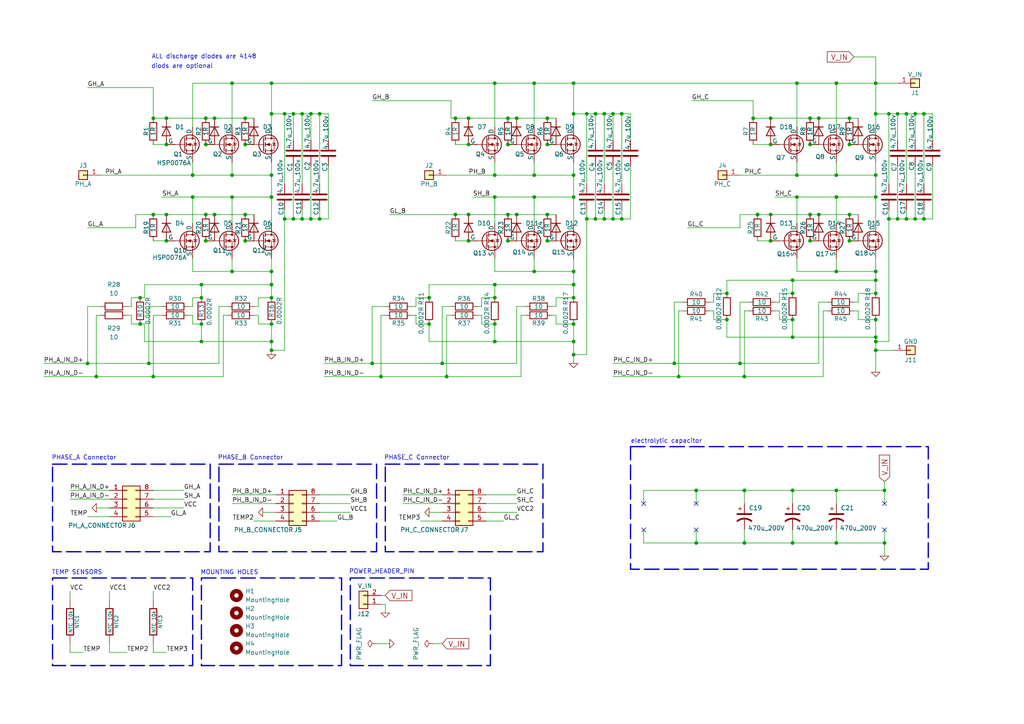
<source format=kicad_sch>
(kicad_sch (version 20231120) (generator "eeschema") (generator_version "8.0")
  (paper "A4")
  (title_block (comment 2 "BREKESHEV BAKTIYAR"))
  (junction (at 143.51 82.55))
  (junction (at 59.69 69.85))
  (junction (at 129.54 109.22))
  (junction (at 78.74 57.15))
  (junction (at 158.75 34.29))
  (junction (at 67.31 24.13))
  (junction (at 166.37 82.55))
  (junction (at 215.9 142.24))
  (junction (at 154.94 50.8))
  (junction (at 215.9 157.48))
  (junction (at 90.17 63.5))
  (junction (at 166.37 99.06))
  (junction (at 223.52 34.29))
  (junction (at 124.46 86.36))
  (junction (at 62.23 62.23))
  (junction (at 166.37 86.36))
  (junction (at 175.26 33.02))
  (junction (at 262.89 33.02))
  (junction (at 254 78.74))
  (junction (at 85.09 33.02))
  (junction (at 254 85.09))
  (junction (at 223.52 62.23))
  (junction (at 180.34 33.02))
  (junction (at 231.14 24.13))
  (junction (at 78.74 101.6))
  (junction (at 254 33.02))
  (junction (at 149.86 62.23))
  (junction (at 256.54 142.24))
  (junction (at 67.31 50.8))
  (junction (at 229.87 157.48))
  (junction (at 154.94 24.13))
  (junction (at 254 57.15))
  (junction (at 170.18 33.02))
  (junction (at 48.26 41.91))
  (junction (at 78.74 86.36))
  (junction (at 149.86 34.29))
  (junction (at 234.95 69.85))
  (junction (at 124.46 93.98))
  (junction (at 59.69 34.29))
  (junction (at 44.45 109.22))
  (junction (at 158.75 41.91))
  (junction (at 237.49 34.29))
  (junction (at 229.87 85.09))
  (junction (at 90.17 33.02))
  (junction (at 143.51 57.15))
  (junction (at 67.31 57.15))
  (junction (at 166.37 78.74))
  (junction (at 147.32 62.23))
  (junction (at 254 92.71))
  (junction (at 265.43 33.02))
  (junction (at 135.89 69.85))
  (junction (at 25.4 105.41))
  (junction (at 71.12 62.23))
  (junction (at 242.57 57.15))
  (junction (at 246.38 41.91))
  (junction (at 44.45 34.29))
  (junction (at 234.95 41.91))
  (junction (at 166.37 102.87))
  (junction (at 82.55 33.02))
  (junction (at 254 24.13))
  (junction (at 58.42 93.98))
  (junction (at 166.37 57.15))
  (junction (at 110.49 109.22))
  (junction (at 44.45 62.23))
  (junction (at 170.18 63.5))
  (junction (at 143.51 24.13))
  (junction (at 260.35 33.02))
  (junction (at 219.71 62.23))
  (junction (at 166.37 50.8))
  (junction (at 132.08 34.29))
  (junction (at 78.74 24.13))
  (junction (at 246.38 62.23))
  (junction (at 59.69 41.91))
  (junction (at 58.42 86.36))
  (junction (at 147.32 34.29))
  (junction (at 242.57 78.74))
  (junction (at 166.37 93.98))
  (junction (at 210.82 85.09))
  (junction (at 59.69 62.23))
  (junction (at 43.18 105.41))
  (junction (at 254 101.6))
  (junction (at 154.94 78.74))
  (junction (at 254 97.79))
  (junction (at 62.23 34.29))
  (junction (at 257.81 33.02))
  (junction (at 71.12 69.85))
  (junction (at 132.08 62.23))
  (junction (at 55.88 50.8))
  (junction (at 201.93 142.24))
  (junction (at 135.89 41.91))
  (junction (at 234.95 62.23))
  (junction (at 158.75 69.85))
  (junction (at 260.35 63.5))
  (junction (at 48.26 62.23))
  (junction (at 201.93 157.48))
  (junction (at 246.38 69.85))
  (junction (at 195.58 105.41))
  (junction (at 78.74 33.02))
  (junction (at 267.97 33.02))
  (junction (at 40.64 93.98))
  (junction (at 242.57 142.24))
  (junction (at 177.8 63.5))
  (junction (at 242.57 50.8))
  (junction (at 143.51 93.98))
  (junction (at 223.52 41.91))
  (junction (at 58.42 82.55))
  (junction (at 231.14 57.15))
  (junction (at 166.37 33.02))
  (junction (at 177.8 33.02))
  (junction (at 223.52 69.85))
  (junction (at 78.74 50.8))
  (junction (at 229.87 92.71))
  (junction (at 172.72 33.02))
  (junction (at 180.34 63.5))
  (junction (at 128.27 105.41))
  (junction (at 48.26 34.29))
  (junction (at 242.57 24.13))
  (junction (at 257.81 63.5))
  (junction (at 196.85 109.22))
  (junction (at 48.26 69.85))
  (junction (at 254 81.28))
  (junction (at 214.63 105.41))
  (junction (at 55.88 57.15))
  (junction (at 267.97 63.5))
  (junction (at 175.26 63.5))
  (junction (at 135.89 62.23))
  (junction (at 92.71 63.5))
  (junction (at 242.57 157.48))
  (junction (at 246.38 34.29))
  (junction (at 78.74 93.98))
  (junction (at 229.87 97.79))
  (junction (at 254 50.8))
  (junction (at 254 99.06))
  (junction (at 87.63 63.5))
  (junction (at 78.74 99.06))
  (junction (at 256.54 157.48))
  (junction (at 78.74 82.55))
  (junction (at 143.51 99.06))
  (junction (at 135.89 34.29))
  (junction (at 158.75 62.23))
  (junction (at 229.87 81.28))
  (junction (at 71.12 41.91))
  (junction (at 40.64 86.36))
  (junction (at 215.9 109.22))
  (junction (at 27.94 109.22))
  (junction (at 147.32 69.85))
  (junction (at 107.95 105.41))
  (junction (at 87.63 33.02))
  (junction (at 67.31 78.74))
  (junction (at 237.49 62.23))
  (junction (at 154.94 57.15))
  (junction (at 210.82 92.71))
  (junction (at 218.44 34.29))
  (junction (at 143.51 50.8))
  (junction (at 265.43 63.5))
  (junction (at 166.37 24.13))
  (junction (at 231.14 50.8))
  (junction (at 234.95 34.29))
  (junction (at 71.12 34.29))
  (junction (at 262.89 63.5))
  (junction (at 172.72 63.5))
  (junction (at 143.51 86.36))
  (junction (at 92.71 33.02))
  (junction (at 78.74 78.74))
  (junction (at 85.09 63.5))
  (junction (at 229.87 142.24))
  (junction (at 147.32 41.91))
  (junction (at 58.42 99.06))
  (junction (at 82.55 63.5))
  (no_connect (at 186.69 153.67))
  (no_connect (at 186.69 146.05))
  (no_connect (at 201.93 146.05))
  (no_connect (at 256.54 153.67))
  (no_connect (at 201.93 153.67))
  (no_connect (at 256.54 146.05))
  (wire (pts (xy 92.71 63.5) (xy 92.71 60.96)))
  (wire (pts (xy 67.31 24.13) (xy 78.74 24.13)))
  (wire (pts (xy 129.54 50.8) (xy 143.51 50.8)))
  (wire (pts (xy 124.46 82.55) (xy 124.46 86.36)))
  (wire (pts (xy 62.23 62.23) (xy 71.12 62.23)))
  (wire (pts (xy 130.81 34.29) (xy 132.08 34.29)))
  (wire (pts (xy 78.74 99.06) (xy 78.74 93.98)))
  (wire (pts (xy 257.81 99.06) (xy 254 99.06)))
  (wire (pts (xy 46.99 57.15) (xy 55.88 57.15)))
  (wire (pts (xy 73.66 88.9) (xy 74.93 88.9)))
  (wire (pts (xy 242.57 142.24) (xy 256.54 142.24)))
  (wire (pts (xy 214.63 62.23) (xy 219.71 62.23)))
  (wire (pts (xy 55.88 50.8) (xy 67.31 50.8)))
  (wire (pts (xy 41.91 99.06) (xy 58.42 99.06)))
  (wire (pts (xy 226.06 90.17) (xy 226.06 92.71)))
  (wire (pts (xy 120.65 86.36) (xy 124.46 86.36)))
  (wire (pts (xy 63.5 88.9) (xy 63.5 105.41)))
  (wire (pts (xy 78.74 99.06) (xy 78.74 101.6)))
  (wire (pts (xy 147.32 41.91) (xy 149.86 41.91)))
  (wire (pts (xy 82.55 33.02) (xy 85.09 33.02)))
  (wire (pts (xy 242.57 24.13) (xy 242.57 36.83)))
  (wire (pts (xy 246.38 69.85) (xy 248.92 69.85)))
  (wire (pts (xy 149.86 62.23) (xy 158.75 62.23)))
  (wire (pts (xy 254 24.13) (xy 260.35 24.13)))
  (wire (pts (xy 93.98 105.41) (xy 107.95 105.41)))
  (wire (pts (xy 242.57 57.15) (xy 254 57.15)))
  (wire (pts (xy 128.27 88.9) (xy 130.81 88.9)))
  (wire (pts (xy 231.14 64.77) (xy 231.14 57.15)))
  (wire (pts (xy 67.31 57.15) (xy 78.74 57.15)))
  (wire (pts (xy 25.4 66.04) (xy 39.37 66.04)))
  (wire (pts (xy 186.69 146.05) (xy 186.69 142.24)))
  (wire (pts (xy 172.72 33.02) (xy 172.72 40.64)))
  (wire (pts (xy 78.74 46.99) (xy 78.74 50.8)))
  (wire (pts (xy 254 46.99) (xy 254 50.8)))
  (wire (pts (xy 82.55 33.02) (xy 82.55 53.34)))
  (wire (pts (xy 224.79 87.63) (xy 226.06 87.63)))
  (wire (pts (xy 257.81 63.5) (xy 257.81 99.06)))
  (wire (pts (xy 71.12 34.29) (xy 73.66 34.29)))
  (wire (pts (xy 49.53 149.86) (xy 44.45 149.86)))
  (wire (pts (xy 38.1 88.9) (xy 38.1 86.36)))
  (wire (pts (xy 207.01 92.71) (xy 210.82 92.71)))
  (wire (pts (xy 172.72 48.26) (xy 172.72 63.5)))
  (wire (pts (xy 62.23 34.29) (xy 71.12 34.29)))
  (wire (pts (xy 170.18 63.5) (xy 170.18 102.87)))
  (wire (pts (xy 128.27 186.69) (xy 125.73 186.69)))
  (wire (pts (xy 44.45 25.4) (xy 44.45 34.29)))
  (wire (pts (xy 27.94 109.22) (xy 44.45 109.22)))
  (wire (pts (xy 80.01 148.59) (xy 76.2 148.59)))
  (wire (pts (xy 31.75 142.24) (xy 20.32 142.24)))
  (wire (pts (xy 67.31 57.15) (xy 67.31 64.77)))
  (wire (pts (xy 224.79 57.15) (xy 231.14 57.15)))
  (wire (pts (xy 182.88 40.64) (xy 182.88 33.02)))
  (wire (pts (xy 149.86 143.51) (xy 140.97 143.51)))
  (wire (pts (xy 116.84 146.05) (xy 128.27 146.05)))
  (wire (pts (xy 256.54 139.7) (xy 256.54 142.24)))
  (wire (pts (xy 246.38 34.29) (xy 248.92 34.29)))
  (wire (pts (xy 143.51 82.55) (xy 166.37 82.55)))
  (wire (pts (xy 166.37 24.13) (xy 166.37 33.02)))
  (wire (pts (xy 149.86 146.05) (xy 140.97 146.05)))
  (wire (pts (xy 58.42 82.55) (xy 78.74 82.55)))
  (wire (pts (xy 111.76 175.26) (xy 111.76 177.8)))
  (wire (pts (xy 158.75 62.23) (xy 161.29 62.23)))
  (wire (pts (xy 177.8 33.02) (xy 180.34 33.02)))
  (wire (pts (xy 48.26 62.23) (xy 59.69 62.23)))
  (wire (pts (xy 177.8 63.5) (xy 180.34 63.5)))
  (wire (pts (xy 257.81 33.02) (xy 260.35 33.02)))
  (wire (pts (xy 67.31 146.05) (xy 80.01 146.05)))
  (wire (pts (xy 248.92 85.09) (xy 254 85.09)))
  (wire (pts (xy 270.51 40.64) (xy 270.51 33.02)))
  (wire (pts (xy 267.97 33.02) (xy 270.51 33.02)))
  (wire (pts (xy 90.17 33.02) (xy 92.71 33.02)))
  (wire (pts (xy 265.43 33.02) (xy 267.97 33.02)))
  (wire (pts (xy 234.95 34.29) (xy 237.49 34.29)))
  (wire (pts (xy 166.37 74.93) (xy 166.37 78.74)))
  (wire (pts (xy 147.32 62.23) (xy 149.86 62.23)))
  (wire (pts (xy 210.82 92.71) (xy 210.82 97.79)))
  (wire (pts (xy 128.27 148.59) (xy 124.46 148.59)))
  (wire (pts (xy 223.52 69.85) (xy 219.71 69.85)))
  (wire (pts (xy 71.12 69.85) (xy 73.66 69.85)))
  (wire (pts (xy 67.31 78.74) (xy 67.31 74.93)))
  (wire (pts (xy 119.38 88.9) (xy 120.65 88.9)))
  (wire (pts (xy 25.4 88.9) (xy 29.21 88.9)))
  (wire (pts (xy 237.49 62.23) (xy 246.38 62.23)))
  (wire (pts (xy 124.46 99.06) (xy 124.46 93.98)))
  (wire (pts (xy 132.08 41.91) (xy 135.89 41.91)))
  (wire (pts (xy 124.46 99.06) (xy 143.51 99.06)))
  (wire (pts (xy 121.92 151.13) (xy 128.27 151.13)))
  (wire (pts (xy 254 97.79) (xy 254 92.71)))
  (wire (pts (xy 82.55 63.5) (xy 82.55 60.96)))
  (wire (pts (xy 196.85 109.22) (xy 215.9 109.22)))
  (wire (pts (xy 270.51 48.26) (xy 270.51 63.5)))
  (wire (pts (xy 31.75 171.45) (xy 31.75 173.99)))
  (wire (pts (xy 48.26 69.85) (xy 44.45 69.85)))
  (wire (pts (xy 237.49 87.63) (xy 240.03 87.63)))
  (wire (pts (xy 12.7 109.22) (xy 27.94 109.22)))
  (wire (pts (xy 166.37 86.36) (xy 166.37 82.55)))
  (wire (pts (xy 254 33.02) (xy 257.81 33.02)))
  (wire (pts (xy 55.88 57.15) (xy 67.31 57.15)))
  (wire (pts (xy 175.26 33.02) (xy 175.26 53.34)))
  (wire (pts (xy 129.54 91.44) (xy 129.54 109.22)))
  (wire (pts (xy 238.76 90.17) (xy 238.76 109.22)))
  (wire (pts (xy 92.71 33.02) (xy 92.71 53.34)))
  (wire (pts (xy 90.17 48.26) (xy 90.17 63.5)))
  (wire (pts (xy 210.82 97.79) (xy 229.87 97.79)))
  (wire (pts (xy 149.86 88.9) (xy 149.86 105.41)))
  (wire (pts (xy 201.93 146.05) (xy 201.93 142.24)))
  (wire (pts (xy 177.8 109.22) (xy 196.85 109.22)))
  (wire (pts (xy 254 33.02) (xy 254 36.83)))
  (wire (pts (xy 55.88 78.74) (xy 67.31 78.74)))
  (wire (pts (xy 54.61 91.44) (xy 55.88 91.44)))
  (wire (pts (xy 58.42 99.06) (xy 78.74 99.06)))
  (wire (pts (xy 147.32 34.29) (xy 149.86 34.29)))
  (wire (pts (xy 177.8 33.02) (xy 177.8 40.64)))
  (wire (pts (xy 74.93 93.98) (xy 78.74 93.98)))
  (wire (pts (xy 107.95 29.21) (xy 130.81 29.21)))
  (wire (pts (xy 219.71 62.23) (xy 223.52 62.23)))
  (wire (pts (xy 20.32 186.69) (xy 20.32 189.23)))
  (wire (pts (xy 256.54 157.48) (xy 256.54 161.29)))
  (wire (pts (xy 160.02 91.44) (xy 161.29 91.44)))
  (wire (pts (xy 143.51 74.93) (xy 143.51 78.74)))
  (wire (pts (xy 154.94 78.74) (xy 154.94 74.93)))
  (wire (pts (xy 195.58 87.63) (xy 195.58 105.41)))
  (wire (pts (xy 166.37 57.15) (xy 166.37 64.77)))
  (wire (pts (xy 237.49 105.41) (xy 214.63 105.41)))
  (wire (pts (xy 195.58 105.41) (xy 214.63 105.41)))
  (wire (pts (xy 200.66 29.21) (xy 218.44 29.21)))
  (wire (pts (xy 158.75 41.91) (xy 161.29 41.91)))
  (wire (pts (xy 120.65 91.44) (xy 120.65 93.98)))
  (wire (pts (xy 262.89 33.02) (xy 262.89 53.34)))
  (wire (pts (xy 143.51 50.8) (xy 154.94 50.8)))
  (wire (pts (xy 87.63 63.5) (xy 90.17 63.5)))
  (wire (pts (xy 180.34 63.5) (xy 180.34 60.96)))
  (wire (pts (xy 138.43 91.44) (xy 139.7 91.44)))
  (wire (pts (xy 74.93 88.9) (xy 74.93 86.36)))
  (wire (pts (xy 254 50.8) (xy 254 57.15)))
  (wire (pts (xy 67.31 143.51) (xy 80.01 143.51)))
  (wire (pts (xy 186.69 157.48) (xy 186.69 153.67)))
  (wire (pts (xy 229.87 146.05) (xy 229.87 142.24)))
  (wire (pts (xy 214.63 50.8) (xy 231.14 50.8)))
  (wire (pts (xy 242.57 50.8) (xy 242.57 46.99)))
  (wire (pts (xy 27.94 91.44) (xy 29.21 91.44)))
  (wire (pts (xy 166.37 24.13) (xy 231.14 24.13)))
  (wire (pts (xy 41.91 99.06) (xy 41.91 93.98)))
  (wire (pts (xy 262.89 33.02) (xy 265.43 33.02)))
  (wire (pts (xy 149.86 148.59) (xy 140.97 148.59)))
  (wire (pts (xy 223.52 34.29) (xy 234.95 34.29)))
  (wire (pts (xy 254 101.6) (xy 254 107.95)))
  (wire (pts (xy 43.18 88.9) (xy 46.99 88.9)))
  (wire (pts (xy 59.69 69.85) (xy 62.23 69.85)))
  (wire (pts (xy 234.95 41.91) (xy 237.49 41.91)))
  (wire (pts (xy 67.31 50.8) (xy 67.31 46.99)))
  (wire (pts (xy 215.9 157.48) (xy 229.87 157.48)))
  (wire (pts (xy 149.86 88.9) (xy 152.4 88.9)))
  (wire (pts (xy 186.69 142.24) (xy 201.93 142.24)))
  (wire (pts (xy 267.97 33.02) (xy 267.97 53.34)))
  (wire (pts (xy 254 74.93) (xy 254 78.74)))
  (wire (pts (xy 93.98 109.22) (xy 110.49 109.22)))
  (wire (pts (xy 267.97 63.5) (xy 270.51 63.5)))
  (wire (pts (xy 137.16 57.15) (xy 143.51 57.15)))
  (wire (pts (xy 95.25 48.26) (xy 95.25 63.5)))
  (wire (pts (xy 151.13 91.44) (xy 152.4 91.44)))
  (wire (pts (xy 265.43 48.26) (xy 265.43 63.5)))
  (wire (pts (xy 166.37 46.99) (xy 166.37 50.8)))
  (wire (pts (xy 132.08 34.29) (xy 135.89 34.29)))
  (wire (pts (xy 120.65 93.98) (xy 124.46 93.98)))
  (wire (pts (xy 59.69 34.29) (xy 62.23 34.29)))
  (wire (pts (xy 215.9 90.17) (xy 215.9 109.22)))
  (wire (pts (xy 39.37 62.23) (xy 44.45 62.23)))
  (wire (pts (xy 147.32 69.85) (xy 149.86 69.85)))
  (wire (pts (xy 143.51 57.15) (xy 154.94 57.15)))
  (wire (pts (xy 67.31 24.13) (xy 67.31 36.83)))
  (wire (pts (xy 242.57 24.13) (xy 254 24.13)))
  (wire (pts (xy 44.45 186.69) (xy 44.45 189.23)))
  (wire (pts (xy 78.74 57.15) (xy 78.74 64.77)))
  (wire (pts (xy 247.65 87.63) (xy 248.92 87.63)))
  (wire (pts (xy 139.7 88.9) (xy 139.7 86.36)))
  (wire (pts (xy 143.51 24.13) (xy 154.94 24.13)))
  (wire (pts (xy 201.93 157.48) (xy 186.69 157.48)))
  (wire (pts (xy 48.26 34.29) (xy 59.69 34.29)))
  (wire (pts (xy 175.26 63.5) (xy 177.8 63.5)))
  (wire (pts (xy 267.97 63.5) (xy 267.97 60.96)))
  (wire (pts (xy 110.49 175.26) (xy 111.76 175.26)))
  (wire (pts (xy 238.76 90.17) (xy 240.03 90.17)))
  (wire (pts (xy 166.37 50.8) (xy 166.37 57.15)))
  (wire (pts (xy 27.94 91.44) (xy 27.94 109.22)))
  (wire (pts (xy 214.63 87.63) (xy 217.17 87.63)))
  (wire (pts (xy 143.51 46.99) (xy 143.51 50.8)))
  (wire (pts (xy 254 85.09) (xy 254 81.28)))
  (wire (pts (xy 78.74 50.8) (xy 78.74 57.15)))
  (wire (pts (xy 170.18 63.5) (xy 170.18 60.96)))
  (wire (pts (xy 170.18 63.5) (xy 172.72 63.5)))
  (wire (pts (xy 101.6 143.51) (xy 92.71 143.51)))
  (wire (pts (xy 67.31 50.8) (xy 78.74 50.8)))
  (wire (pts (xy 97.79 151.13) (xy 92.71 151.13)))
  (wire (pts (xy 40.64 93.98) (xy 41.91 93.98)))
  (wire (pts (xy 143.51 64.77) (xy 143.51 57.15)))
  (wire (pts (xy 74.93 91.44) (xy 74.93 93.98)))
  (wire (pts (xy 92.71 63.5) (xy 95.25 63.5)))
  (wire (pts (xy 151.13 109.22) (xy 129.54 109.22)))
  (wire (pts (xy 234.95 69.85) (xy 237.49 69.85)))
  (wire (pts (xy 231.14 50.8) (xy 242.57 50.8)))
  (wire (pts (xy 149.86 105.41) (xy 128.27 105.41)))
  (wire (pts (xy 85.09 48.26) (xy 85.09 63.5)))
  (wire (pts (xy 247.65 90.17) (xy 248.92 90.17)))
  (wire (pts (xy 257.81 63.5) (xy 257.81 60.96)))
  (wire (pts (xy 254 81.28) (xy 254 78.74)))
  (wire (pts (xy 166.37 33.02) (xy 166.37 36.83)))
  (wire (pts (xy 78.74 33.02) (xy 82.55 33.02)))
  (wire (pts (xy 215.9 142.24) (xy 229.87 142.24)))
  (wire (pts (xy 55.88 24.13) (xy 67.31 24.13)))
  (wire (pts (xy 214.63 105.41) (xy 214.63 87.63)))
  (wire (pts (xy 132.08 62.23) (xy 135.89 62.23)))
  (wire (pts (xy 78.74 86.36) (xy 78.74 82.55)))
  (wire (pts (xy 25.4 149.86) (xy 31.75 149.86)))
  (wire (pts (xy 25.4 25.4) (xy 44.45 25.4)))
  (wire (pts (xy 44.45 91.44) (xy 46.99 91.44)))
  (wire (pts (xy 151.13 91.44) (xy 151.13 109.22)))
  (wire (pts (xy 177.8 105.41) (xy 195.58 105.41)))
  (wire (pts (xy 242.57 57.15) (xy 242.57 64.77)))
  (wire (pts (xy 110.49 91.44) (xy 110.49 109.22)))
  (wire (pts (xy 215.9 90.17) (xy 217.17 90.17)))
  (wire (pts (xy 154.94 57.15) (xy 166.37 57.15)))
  (wire (pts (xy 254 16.51) (xy 254 24.13)))
  (wire (pts (xy 242.57 78.74) (xy 254 78.74)))
  (wire (pts (xy 234.95 62.23) (xy 237.49 62.23)))
  (wire (pts (xy 44.45 109.22) (xy 64.77 109.22)))
  (wire (pts (xy 113.03 62.23) (xy 132.08 62.23)))
  (wire (pts (xy 201.93 142.24) (xy 215.9 142.24)))
  (wire (pts (xy 40.64 86.36) (xy 41.91 86.36)))
  (wire (pts (xy 129.54 109.22) (xy 110.49 109.22)))
  (wire (pts (xy 247.65 16.51) (xy 254 16.51)))
  (wire (pts (xy 199.39 66.04) (xy 214.63 66.04)))
  (wire (pts (xy 207.01 85.09) (xy 210.82 85.09)))
  (wire (pts (xy 170.18 33.02) (xy 172.72 33.02)))
  (wire (pts (xy 265.43 63.5) (xy 267.97 63.5)))
  (wire (pts (xy 95.25 40.64) (xy 95.25 33.02)))
  (wire (pts (xy 201.93 157.48) (xy 201.93 153.67)))
  (wire (pts (xy 92.71 33.02) (xy 95.25 33.02)))
  (wire (pts (xy 90.17 33.02) (xy 90.17 40.64)))
  (wire (pts (xy 242.57 146.05) (xy 242.57 142.24)))
  (wire (pts (xy 262.89 63.5) (xy 265.43 63.5)))
  (wire (pts (xy 175.26 33.02) (xy 177.8 33.02)))
  (wire (pts (xy 226.06 85.09) (xy 229.87 85.09)))
  (wire (pts (xy 218.44 29.21) (xy 218.44 34.29)))
  (wire (pts (xy 41.91 82.55) (xy 58.42 82.55)))
  (wire (pts (xy 107.95 105.41) (xy 107.95 88.9)))
  (wire (pts (xy 180.34 63.5) (xy 182.88 63.5)))
  (wire (pts (xy 135.89 34.29) (xy 147.32 34.29)))
  (wire (pts (xy 166.37 102.87) (xy 166.37 105.41)))
  (wire (pts (xy 207.01 90.17) (xy 207.01 92.71)))
  (wire (pts (xy 44.45 41.91) (xy 48.26 41.91)))
  (wire (pts (xy 90.17 63.5) (xy 92.71 63.5)))
  (wire (pts (xy 161.29 93.98) (xy 166.37 93.98)))
  (wire (pts (xy 231.14 57.15) (xy 242.57 57.15)))
  (wire (pts (xy 166.37 33.02) (xy 170.18 33.02)))
  (wire (pts (xy 248.92 92.71) (xy 254 92.71)))
  (wire (pts (xy 44.45 34.29) (xy 48.26 34.29)))
  (wire (pts (xy 158.75 34.29) (xy 161.29 34.29)))
  (wire (pts (xy 237.49 87.63) (xy 237.49 105.41)))
  (wire (pts (xy 73.66 91.44) (xy 74.93 91.44)))
  (wire (pts (xy 143.51 99.06) (xy 166.37 99.06)))
  (wire (pts (xy 31.75 189.23) (xy 36.83 189.23)))
  (wire (pts (xy 170.18 33.02) (xy 170.18 53.34)))
  (wire (pts (xy 143.51 36.83) (xy 143.51 24.13)))
  (wire (pts (xy 44.45 62.23) (xy 48.26 62.23)))
  (wire (pts (xy 154.94 57.15) (xy 154.94 64.77)))
  (wire (pts (xy 87.63 63.5) (xy 87.63 60.96)))
  (wire (pts (xy 78.74 33.02) (xy 78.74 36.83)))
  (wire (pts (xy 55.88 93.98) (xy 58.42 93.98)))
  (wire (pts (xy 85.09 33.02) (xy 87.63 33.02)))
  (wire (pts (xy 214.63 62.23) (xy 214.63 66.04)))
  (wire (pts (xy 231.14 74.93) (xy 231.14 78.74)))
  (wire (pts (xy 132.08 69.85) (xy 135.89 69.85)))
  (wire (pts (xy 265.43 33.02) (xy 265.43 40.64)))
  (wire (pts (xy 195.58 87.63) (xy 198.12 87.63)))
  (wire (pts (xy 55.88 64.77) (xy 55.88 57.15)))
  (wire (pts (xy 85.09 33.02) (xy 85.09 40.64)))
  (wire (pts (xy 20.32 171.45) (xy 20.32 173.99)))
  (wire (pts (xy 226.06 92.71) (xy 229.87 92.71)))
  (wire (pts (xy 139.7 91.44) (xy 139.7 93.98)))
  (wire (pts (xy 210.82 85.09) (xy 210.82 81.28)))
  (wire (pts (xy 177.8 48.26) (xy 177.8 63.5)))
  (wire (pts (xy 128.27 105.41) (xy 107.95 105.41)))
  (wire (pts (xy 124.46 82.55) (xy 143.51 82.55)))
  (wire (pts (xy 38.1 91.44) (xy 38.1 93.98)))
  (wire (pts (xy 215.9 153.67) (xy 215.9 157.48)))
  (wire (pts (xy 246.38 41.91) (xy 248.92 41.91)))
  (wire (pts (xy 64.77 91.44) (xy 66.04 91.44)))
  (wire (pts (xy 55.88 36.83) (xy 55.88 24.13)))
  (wire (pts (xy 25.4 105.41) (xy 43.18 105.41)))
  (wire (pts (xy 87.63 33.02) (xy 90.17 33.02)))
  (wire (pts (xy 12.7 105.41) (xy 25.4 105.41)))
  (wire (pts (xy 39.37 62.23) (xy 39.37 66.04)))
  (wire (pts (xy 260.35 33.02) (xy 260.35 40.64)))
  (wire (pts (xy 248.92 87.63) (xy 248.92 85.09)))
  (wire (pts (xy 224.79 90.17) (xy 226.06 90.17)))
  (wire (pts (xy 229.87 97.79) (xy 229.87 92.71)))
  (wire (pts (xy 41.91 82.55) (xy 41.91 86.36)))
  (wire (pts (xy 71.12 62.23) (xy 73.66 62.23)))
  (wire (pts (xy 229.87 157.48) (xy 242.57 157.48)))
  (wire (pts (xy 44.45 189.23) (xy 48.26 189.23)))
  (wire (pts (xy 128.27 88.9) (xy 128.27 105.41)))
  (wire (pts (xy 254 24.13) (xy 254 33.02)))
  (wire (pts (xy 143.51 99.06) (xy 143.51 93.98)))
  (wire (pts (xy 58.42 93.98) (xy 58.42 99.06)))
  (wire (pts (xy 260.35 63.5) (xy 262.89 63.5)))
  (wire (pts (xy 78.74 74.93) (xy 78.74 78.74)))
  (wire (pts (xy 161.29 91.44) (xy 161.29 93.98)))
  (wire (pts (xy 226.06 87.63) (xy 226.06 85.09)))
  (wire (pts (xy 101.6 146.05) (xy 92.71 146.05)))
  (wire (pts (xy 215.9 157.48) (xy 201.93 157.48)))
  (wire (pts (xy 248.92 90.17) (xy 248.92 92.71)))
  (wire (pts (xy 109.22 186.69) (xy 113.03 186.69)))
  (wire (pts (xy 129.54 91.44) (xy 130.81 91.44)))
  (wire (pts (xy 143.51 86.36) (xy 143.51 82.55)))
  (wire (pts (xy 231.14 78.74) (xy 242.57 78.74)))
  (wire (pts (xy 120.65 88.9) (xy 120.65 86.36)))
  (wire (pts (xy 158.75 69.85) (xy 161.29 69.85)))
  (wire (pts (xy 166.37 99.06) (xy 166.37 93.98)))
  (wire (pts (xy 257.81 33.02) (xy 257.81 53.34)))
  (wire (pts (xy 254 101.6) (xy 259.08 101.6)))
  (wire (pts (xy 31.75 147.32) (xy 27.94 147.32)))
  (wire (pts (xy 210.82 81.28) (xy 229.87 81.28)))
  (wire (pts (xy 205.74 90.17) (xy 207.01 90.17)))
  (wire (pts (xy 59.69 62.23) (xy 62.23 62.23)))
  (wire (pts (xy 101.6 148.59) (xy 92.71 148.59)))
  (wire (pts (xy 154.94 50.8) (xy 166.37 50.8)))
  (wire (pts (xy 55.88 86.36) (xy 55.88 88.9)))
  (wire (pts (xy 59.69 41.91) (xy 62.23 41.91)))
  (wire (pts (xy 154.94 78.74) (xy 166.37 78.74)))
  (wire (pts (xy 38.1 93.98) (xy 40.64 93.98)))
  (wire (pts (xy 64.77 91.44) (xy 64.77 109.22)))
  (wire (pts (xy 166.37 102.87) (xy 170.18 102.87)))
  (wire (pts (xy 116.84 143.51) (xy 128.27 143.51)))
  (wire (pts (xy 71.12 41.91) (xy 73.66 41.91)))
  (wire (pts (xy 254 101.6) (xy 254 99.06)))
  (wire (pts (xy 154.94 50.8) (xy 154.94 46.99)))
  (wire (pts (xy 231.14 46.99) (xy 231.14 50.8)))
  (wire (pts (xy 237.49 34.29) (xy 246.38 34.29)))
  (wire (pts (xy 110.49 172.72) (xy 111.76 172.72)))
  (wire (pts (xy 87.63 33.02) (xy 87.63 53.34)))
  (wire (pts (xy 53.34 142.24) (xy 44.45 142.24)))
  (wire (pts (xy 246.38 62.23) (xy 248.92 62.23)))
  (wire (pts (xy 242.57 78.74) (xy 242.57 74.93)))
  (wire (pts (xy 218.44 41.91) (xy 223.52 41.91)))
  (wire (pts (xy 154.94 24.13) (xy 166.37 24.13)))
  (wire (pts (xy 262.89 63.5) (xy 262.89 60.96)))
  (wire (pts (xy 166.37 78.74) (xy 166.37 82.55)))
  (wire (pts (xy 175.26 63.5) (xy 175.26 60.96)))
  (wire (pts (xy 130.81 29.21) (xy 130.81 34.29)))
  (wire (pts (xy 231.14 36.83) (xy 231.14 24.13)))
  (wire (pts (xy 53.34 144.78) (xy 44.45 144.78)))
  (wire (pts (xy 223.52 62.23) (xy 234.95 62.23)))
  (wire (pts (xy 139.7 93.98) (xy 143.51 93.98)))
  (wire (pts (xy 229.87 153.67) (xy 229.87 157.48)))
  (wire (pts (xy 43.18 88.9) (xy 43.18 105.41)))
  (wire (pts (xy 78.74 24.13) (xy 143.51 24.13)))
  (wire (pts (xy 180.34 33.02) (xy 182.88 33.02)))
  (wire (pts (xy 138.43 88.9) (xy 139.7 88.9)))
  (wire (pts (xy 67.31 78.74) (xy 78.74 78.74)))
  (wire (pts (xy 242.57 50.8) (xy 254 50.8)))
  (wire (pts (xy 85.09 63.5) (xy 87.63 63.5)))
  (wire (pts (xy 242.57 157.48) (xy 242.57 153.67)))
  (wire (pts (xy 215.9 146.05) (xy 215.9 142.24)))
  (wire (pts (xy 196.85 90.17) (xy 198.12 90.17)))
  (wire (pts (xy 31.75 144.78) (xy 20.32 144.78)))
  (wire (pts (xy 231.14 24.13) (xy 242.57 24.13)))
  (wire (pts (xy 78.74 101.6) (xy 78.74 102.87)))
  (wire (pts (xy 78.74 24.13) (xy 78.74 33.02)))
  (wire (pts (xy 229.87 85.09) (xy 229.87 81.28)))
  (wire (pts (xy 149.86 34.29) (xy 158.75 34.29)))
  (wire (pts (xy 43.18 105.41) (xy 63.5 105.41)))
  (wire (pts (xy 36.83 91.44) (xy 38.1 91.44)))
  (wire (pts (xy 36.83 88.9) (xy 38.1 88.9)))
  (wire (pts (xy 161.29 88.9) (xy 161.29 86.36)))
  (wire (pts (xy 31.75 186.69) (xy 31.75 189.23)))
  (wire (pts (xy 154.94 24.13) (xy 154.94 36.83)))
  (wire (pts (xy 20.32 189.23) (xy 24.13 189.23)))
  (wire (pts (xy 146.05 151.13) (xy 140.97 151.13)))
  (wire (pts (xy 25.4 88.9) (xy 25.4 105.41)))
  (wire (pts (xy 54.61 88.9) (xy 55.88 88.9)))
  (wire (pts (xy 53.34 147.32) (xy 44.45 147.32)))
  (wire (pts (xy 218.44 34.29) (xy 223.52 34.29)))
  (wire (pts (xy 260.35 48.26) (xy 260.35 63.5)))
  (wire (pts (xy 180.34 33.02) (xy 180.34 53.34)))
  (wire (pts (xy 44.45 91.44) (xy 44.45 109.22)))
  (wire (pts (xy 229.87 97.79) (xy 254 97.79)))
  (wire (pts (xy 73.66 151.13) (xy 80.01 151.13)))
  (wire (pts (xy 254 99.06) (xy 254 97.79)))
  (wire (pts (xy 119.38 91.44) (xy 120.65 91.44)))
  (wire (pts (xy 238.76 109.22) (xy 215.9 109.22)))
  (wire (pts (xy 207.01 87.63) (xy 207.01 85.09)))
  (wire (pts (xy 110.49 91.44) (xy 111.76 91.44)))
  (wire (pts (xy 135.89 62.23) (xy 147.32 62.23)))
  (wire (pts (xy 38.1 86.36) (xy 40.64 86.36)))
  (wire (pts (xy 44.45 171.45) (xy 44.45 173.99)))
  (wire (pts (xy 254 57.15) (xy 254 64.77)))
  (wire (pts (xy 260.35 33.02) (xy 262.89 33.02)))
  (wire (pts (xy 229.87 81.28) (xy 254 81.28)))
  (wire (pts (xy 55.88 46.99) (xy 55.88 50.8)))
  (wire (pts (xy 257.81 63.5) (xy 260.35 63.5)))
  (wire (pts (xy 205.74 87.63) (xy 207.01 87.63)))
  (wire (pts (xy 78.74 101.6) (xy 82.55 101.6)))
  (wire (pts (xy 256.54 157.48) (xy 242.57 157.48)))
  (wire (pts (xy 242.57 142.24) (xy 229.87 142.24)))
  (wire (pts (xy 161.29 86.36) (xy 166.37 86.36)))
  (wire (pts (xy 196.85 90.17) (xy 196.85 109.22)))
  (wire (pts (xy 29.21 50.8) (xy 55.88 50.8)))
  (wire (pts (xy 107.95 88.9) (xy 111.76 88.9)))
  (wire (pts (xy 143.51 78.74) (xy 154.94 78.74)))
  (wire (pts (xy 182.88 48.26) (xy 182.88 63.5)))
  (wire (pts (xy 172.72 33.02) (xy 175.26 33.02)))
  (wire (pts (xy 55.88 93.98) (xy 55.88 91.44)))
  (wire (pts (xy 74.93 86.36) (xy 78.74 86.36)))
  (wire (pts (xy 55.88 86.36) (xy 58.42 86.36)))
  (wire (pts (xy 78.74 78.74) (xy 78.74 82.55)))
  (wire (pts (xy 55.88 74.93) (xy 55.88 78.74)))
  (wire (pts (xy 63.5 88.9) (xy 66.04 88.9)))
  (wire (pts (xy 256.54 153.67) (xy 256.54 157.48)))
  (wire (pts (xy 139.7 86.36) (xy 143.51 86.36)))
  (wire (pts (xy 172.72 63.5) (xy 175.26 63.5)))
  (wire (pts (xy 58.42 82.55) (xy 58.42 86.36)))
  (wire (pts (xy 256.54 146.05) (xy 256.54 142.24)))
  (wire (pts (xy 82.55 63.5) (xy 85.09 63.5)))
  (wire (pts (xy 82.55 101.6) (xy 82.55 63.5)))
  (wire (pts (xy 160.02 88.9) (xy 161.29 88.9)))
  (wire (pts (xy 166.37 99.06) (xy 166.37 102.87)))
  (rectangle (start 182.88 129.54) (end 269.24 165.1) (stroke (width 0.381) (type dash)))
  (rectangle (start 101.6 167.64) (end 142.24 193.04) (stroke (width 0.381) (type dash)))
  (rectangle (start 15.24 134.62) (end 60.96 160.02) (stroke (width 0.381) (type dash)))
  (rectangle (start 111.76 134.62) (end 157.48 160.02) (stroke (width 0.381) (type dash)))
  (rectangle (start 58.42 167.64) (end 99.06 193.04) (stroke (width 0.381) (type dash)))
  (rectangle (start 15.24 167.64) (end 55.88 193.04) (stroke (width 0.381) (type dash)))
  (rectangle (start 63.5 134.62) (end 109.22 160.02) (stroke (width 0.381) (type dash)))
  (text "diods are optional\n" (at 52.832 19.304 0) (effects (font (size 1.27 1.27))))
  (text "PHASE_C Connector\n" (at 120.904 132.842 0) (effects (font (size 1.27 1.27))))
  (text "PHASE_B Connector\n" (at 72.644 132.842 0) (effects (font (size 1.27 1.27))))
  (text "TEMP SENSORS\n" (at 22.352 166.116 0) (effects (font (size 1.27 1.27))))
  (text "ALL discharge diodes are 4148\n" (at 59.182 16.51 0) (effects (font (size 1.27 1.27))))
  (text "electrolytic capacitor" (at 193.294 128.016 0) (effects (font (size 1.27 1.27))))
  (text "POWER_HEADER_PIN\n" (at 110.744 165.862 0) (effects (font (size 1.27 1.27))))
  (text "PHASE_A Connector\n" (at 24.384 132.842 0) (effects (font (size 1.27 1.27))))
  (text "MOUNTING HOLES\n" (at 66.548 166.116 0) (effects (font (size 1.27 1.27))))
  (label "VCC2" (at 44.45 171.45 0))
  (label "GH_C" (at 149.86 143.51 0))
  (label "VCC2" (at 149.86 148.59 0))
  (label "PH_C_IN_D+" (at 177.8 105.41 0))
  (label "SH_B" (at 137.16 57.15 0))
  (label "GL_A" (at 25.4 66.04 0))
  (label "TEMP2" (at 36.83 189.23 0))
  (label "TEMP" (at 25.4 149.86 180))
  (label "GH_B" (at 101.6 143.51 0))
  (label "GL_A" (at 49.53 149.86 0))
  (label "VCC" (at 53.34 147.32 0))
  (label "SH_C" (at 149.86 146.05 0))
  (label "TEMP3" (at 121.92 151.13 180))
  (label "PH_C" (at 215.9 50.8 0))
  (label "GL_B" (at 97.79 151.13 0))
  (label "GH_C" (at 200.66 29.21 0))
  (label "PH_B" (at 135.89 50.8 0))
  (label "VCC" (at 20.32 171.45 0))
  (label "GH_A" (at 53.34 142.24 0))
  (label "VCC1" (at 31.75 171.45 0))
  (label "SH_A" (at 53.34 144.78 0))
  (label "PH_A_IN_D+" (at 20.32 142.24 0))
  (label "PH_A" (at 30.48 50.8 0))
  (label "PH_B_IN_D-" (at 67.31 146.05 0))
  (label "PH_A_IN_D+" (at 12.7 105.41 0))
  (label "GL_C" (at 199.39 66.04 0))
  (label "SH_C" (at 224.79 57.15 0))
  (label "PH_B_IN_D+" (at 67.31 143.51 0))
  (label "PH_C_IN_D-" (at 116.84 146.05 0))
  (label "SH_A" (at 46.99 57.15 0))
  (label "PH_B_IN_D+" (at 93.98 105.41 0))
  (label "TEMP" (at 24.13 189.23 0))
  (label "SH_B" (at 101.6 146.05 0))
  (label "VCC1" (at 101.6 148.59 0))
  (label "PH_A_IN_D-" (at 12.7 109.22 0))
  (label "GH_B" (at 107.95 29.21 0))
  (label "GL_B" (at 113.03 62.23 0))
  (label "GL_C" (at 146.05 151.13 0))
  (label "TEMP3" (at 48.26 189.23 0))
  (label "PH_C_IN_D-" (at 177.8 109.22 0))
  (label "PH_B_IN_D-" (at 93.98 109.22 0))
  (label "PH_C_IN_D+" (at 116.84 143.51 0))
  (label "GH_A" (at 25.4 25.4 0))
  (label "PH_A_IN_D-" (at 20.32 144.78 0))
  (label "TEMP2" (at 73.66 151.13 180))
  (global_label "V_IN" (shape input) (at 247.65 16.51 180) (effects (font (size 1.524 1.524))) (property "Intersheetrefs" "${INTERSHEET_REFS}" (effects (hide yes))))
  (global_label "V_IN" (shape input) (at 111.76 172.72 0) (effects (font (size 1.524 1.524))) (property "Intersheetrefs" "${INTERSHEET_REFS}" (effects (hide yes))))
  (global_label "V_IN" (shape input) (at 128.27 186.69 0) (effects (font (size 1.524 1.524))) (property "Intersheetrefs" "${INTERSHEET_REFS}" (effects (hide yes))))
  (global_label "V_IN" (shape input) (at 256.54 139.7 90) (effects (font (size 1.524 1.524))) (property "Intersheetrefs" "${INTERSHEET_REFS}" (effects (hide yes))))
  (symbol (lib_name "NMOS_2") (lib_id "Simulation_SPICE:NMOS") (at 152.4 69.85 0) (unit 1)
    (property "Reference" "Q14" (at 148.59 73.152 0) (effects (justify left)))
    (property "Value" "HSP0076A" (effects (hide yes)))
    (property "Footprint" "Package_TO_SOT_SMD:Infineon_PG-HSOF-8-1" (effects (hide yes)))
    (property "Datasheet" "https://ngspice.sourceforge.io/docs/ngspice-html-manual/manual.xhtml#cha_MOSFETs" (effects (hide yes)))
    (property "Description" "N-MOSFET transistor, drain/source/gate" (effects (hide yes)))
    (property "Sim.Device" "NMOS" (effects (hide yes)))
    (property "Sim.Type" "VDMOS" (effects (hide yes)))
    (property "Sim.Pins" "1=G 2=D 3=S" (effects (hide yes)))
  )
  (symbol (lib_id "Connector_Generic:Conn_01x02") (at 105.41 175.26 180) (unit 1)
    (property "Reference" "J12" (at 107.188 178.054 0) (effects (justify left)))
    (property "Value" "V_IN" (at 107.95 169.926 0) (effects (justify left)))
    (property "Footprint" "Connector_PinHeader_2.54mm:PinHeader_1x02_P2.54mm_Vertical" (effects (hide yes)))
    (property "Description" "Generic connector, single row, 01x02, script generated (kicad-library-utils/schlib/autogen/connector/)" (effects (hide yes)))
  )
  (symbol (lib_id "Device:C") (at 270.51 44.45 0) (unit 1)
    (property "Reference" "C9" (at 269.494 49.784 90) (effects (justify left)))
    (property "Value" "4.7u_100v" (at 269.748 43.434 90) (effects (justify left)))
    (property "Footprint" "Capacitor_SMD:C_1210_3225Metric" (effects (hide yes)))
    (property "Description" "Unpolarized capacitor" (effects (hide yes)))
  )
  (symbol (lib_id "Mechanical:MountingHole") (at 68.58 172.72 0) (unit 1) (exclude_from_sim yes) (in_bom no)
    (property "Reference" "H1" (at 71.12 171.4499 0) (effects (justify left)))
    (property "Value" "MountingHole" (at 71.12 173.9899 0) (effects (justify left)))
    (property "Footprint" "MountingHole:MountingHole_2.2mm_M2" (effects (hide yes)))
    (property "Description" "Mounting Hole without connection" (effects (hide yes)))
  )
  (symbol (lib_name "NMOS_2") (lib_id "Simulation_SPICE:NMOS") (at 76.2 41.91 0) (unit 1)
    (property "Reference" "Q3" (at 73.152 44.704 0) (effects (justify left)))
    (property "Value" "HSP0076A" (effects (hide yes)))
    (property "Footprint" "Package_TO_SOT_SMD:Infineon_PG-HSOF-8-1" (effects (hide yes)))
    (property "Datasheet" "https://ngspice.sourceforge.io/docs/ngspice-html-manual/manual.xhtml#cha_MOSFETs" (effects (hide yes)))
    (property "Description" "N-MOSFET transistor, drain/source/gate" (effects (hide yes)))
    (property "Sim.Device" "NMOS" (effects (hide yes)))
    (property "Sim.Type" "VDMOS" (effects (hide yes)))
    (property "Sim.Pins" "1=G 2=D 3=S" (effects (hide yes)))
  )
  (symbol (lib_id "Device:R") (at 210.82 88.9 180) (unit 1)
    (property "Reference" "R12" (at 208.534 85.344 90))
    (property "Value" "0.0002R" (at 208.534 91.694 90))
    (property "Footprint" "3920_Shunt_R:RES_3920R_L200x_BRN" (effects (hide yes)))
    (property "Description" "Resistor" (effects (hide yes)))
  )
  (symbol (lib_id "Device:R") (at 254 88.9 180) (unit 1)
    (property "Reference" "R18" (at 251.714 85.344 90))
    (property "Value" "0.0002R" (at 251.714 91.694 90))
    (property "Footprint" "3920_Shunt_R:RES_3920R_L200x_BRN" (effects (hide yes)))
    (property "Description" "Resistor" (effects (hide yes)))
  )
  (symbol (lib_id "Device:C_Polarized_US") (at 229.87 149.86 0) (unit 1)
    (property "Reference" "C20" (at 231.14 147.32 0) (effects (justify left)))
    (property "Value" "470u_200V" (at 230.886 153.162 0) (effects (justify left)))
    (property "Footprint" "Capacitor_THT:CP_Radial_D16.0mm_P7.50mm" (effects (hide yes)))
    (property "Description" "Polarized capacitor, US symbol" (effects (hide yes)))
  )
  (symbol (lib_id "Device:R") (at 246.38 38.1 0) (unit 1)
    (property "Reference" "R9" (at 244.348 38.1 90))
    (property "Value" "1R" (at 246.38 38.1 90))
    (property "Footprint" "Resistor_SMD:R_1206_3216Metric" (effects (hide yes)))
    (property "Description" "Resistor" (effects (hide yes)))
  )
  (symbol (lib_id "BLDC_4-rescue:R-RESCUE-BLDC_4") (at 20.32 180.34 0) (unit 1)
    (property "Reference" "NTC1" (at 22.352 180.34 90) (effects (font (size 1.016 1.016))))
    (property "Value" "NTC 10k" (at 20.4978 180.3146 90) (effects (font (size 1.016 1.016))))
    (property "Footprint" "Resistor_SMD:R_0603_1608Metric" (effects (hide yes)))
  )
  (symbol (lib_id "Diode:1N4148W") (at 223.52 38.1 270) (unit 1)
    (property "Reference" "D18" (at 226.06 36.8299 90) (effects (justify left)))
    (property "Value" "1N4148W" (effects (hide yes)))
    (property "Footprint" "Diode_SMD:D_SOD-123" (effects (hide yes)))
    (property "Datasheet" "https://www.vishay.com/docs/85748/1n4148w.pdf" (effects (hide yes)))
    (property "Description" "75V 0.15A Fast Switching Diode, SOD-123" (effects (hide yes)))
    (property "Sim.Device" "D" (effects (hide yes)))
    (property "Sim.Pins" "1=K 2=A" (effects (hide yes)))
  )
  (symbol (lib_id "BLDC_4-rescue:R-RESCUE-BLDC_4") (at 31.75 180.34 0) (unit 1)
    (property "Reference" "NTC2" (at 33.782 180.34 90) (effects (font (size 1.016 1.016))))
    (property "Value" "NTC 10k" (at 31.9278 180.3146 90) (effects (font (size 1.016 1.016))))
    (property "Footprint" "Resistor_SMD:R_0603_1608Metric" (effects (hide yes)))
  )
  (symbol (lib_id "Device:R") (at 246.38 66.04 0) (unit 1)
    (property "Reference" "R27" (at 244.348 66.04 90))
    (property "Value" "1R" (at 246.38 66.04 90))
    (property "Footprint" "Resistor_SMD:R_1206_3216Metric" (effects (hide yes)))
    (property "Description" "Resistor" (effects (hide yes)))
  )
  (symbol (lib_id "Device:R") (at 50.8 91.44 90) (unit 1)
    (property "Reference" "R31" (at 50.8 93.726 90))
    (property "Value" "10" (at 50.8 91.44 90))
    (property "Footprint" "Resistor_SMD:R_0201_0603Metric" (effects (hide yes)))
    (property "Description" "Resistor" (effects (hide yes)))
  )
  (symbol (lib_id "Device:R") (at 44.45 66.04 0) (unit 1)
    (property "Reference" "R19" (at 42.418 66.04 90))
    (property "Value" "1R" (at 44.45 66.04 90))
    (property "Footprint" "Resistor_SMD:R_1206_3216Metric" (effects (hide yes)))
    (property "Description" "Resistor" (effects (hide yes)))
  )
  (symbol (lib_id "Device:R") (at 69.85 91.44 90) (unit 1)
    (property "Reference" "R33" (at 69.85 93.726 90))
    (property "Value" "10" (at 69.85 91.44 90))
    (property "Footprint" "Resistor_SMD:R_0201_0603Metric" (effects (hide yes)))
    (property "Description" "Resistor" (effects (hide yes)))
  )
  (symbol (lib_id "Device:C") (at 182.88 44.45 0) (unit 1)
    (property "Reference" "C6" (at 181.864 49.784 90) (effects (justify left)))
    (property "Value" "4.7u_100v" (at 182.118 43.434 90) (effects (justify left)))
    (property "Footprint" "Capacitor_SMD:C_1210_3225Metric" (effects (hide yes)))
    (property "Description" "Unpolarized capacitor" (effects (hide yes)))
  )
  (symbol (lib_id "Device:R") (at 33.02 88.9 90) (unit 1)
    (property "Reference" "R28" (at 33.02 82.55 90))
    (property "Value" "10" (at 33.02 85.09 90))
    (property "Footprint" "Resistor_SMD:R_0201_0603Metric" (effects (hide yes)))
    (property "Description" "Resistor" (effects (hide yes)))
  )
  (symbol (lib_id "Device:R") (at 59.69 66.04 0) (unit 1)
    (property "Reference" "R20" (at 57.658 66.04 90))
    (property "Value" "1R" (at 59.69 66.04 90))
    (property "Footprint" "Resistor_SMD:R_1206_3216Metric" (effects (hide yes)))
    (property "Description" "Resistor" (effects (hide yes)))
  )
  (symbol (lib_id "Device:C") (at 177.8 44.45 0) (unit 1)
    (property "Reference" "C5" (at 176.784 49.53 90) (effects (justify left)))
    (property "Value" "4.7u_100v" (at 176.784 43.18 90) (effects (justify left)))
    (property "Footprint" "Capacitor_SMD:C_1210_3225Metric" (effects (hide yes)))
    (property "Description" "Unpolarized capacitor" (effects (hide yes)))
  )
  (symbol (lib_id "BLDC_4-rescue:GND-RESCUE-BLDC_4") (at 166.37 105.41 0) (unit 1)
    (property "Reference" "#PWR02" (effects (hide yes)))
    (property "Value" "GND" (effects (hide yes)))
  )
  (symbol (lib_name "NMOS_2") (lib_id "Simulation_SPICE:NMOS") (at 163.83 41.91 0) (unit 1)
    (property "Reference" "Q6" (at 160.782 44.704 0) (effects (justify left)))
    (property "Value" "HSP0076A" (effects (hide yes)))
    (property "Footprint" "Package_TO_SOT_SMD:Infineon_PG-HSOF-8-1" (effects (hide yes)))
    (property "Datasheet" "https://ngspice.sourceforge.io/docs/ngspice-html-manual/manual.xhtml#cha_MOSFETs" (effects (hide yes)))
    (property "Description" "N-MOSFET transistor, drain/source/gate" (effects (hide yes)))
    (property "Sim.Device" "NMOS" (effects (hide yes)))
    (property "Sim.Type" "VDMOS" (effects (hide yes)))
    (property "Sim.Pins" "1=G 2=D 3=S" (effects (hide yes)))
  )
  (symbol (lib_id "Device:R") (at 166.37 90.17 180) (unit 1)
    (property "Reference" "R17" (at 164.084 86.614 90))
    (property "Value" "0.0002R" (at 164.084 92.964 90))
    (property "Footprint" "3920_Shunt_R:RES_3920R_L200x_BRN" (effects (hide yes)))
    (property "Description" "Resistor" (effects (hide yes)))
  )
  (symbol (lib_name "NMOS_2") (lib_id "Simulation_SPICE:NMOS") (at 53.34 69.85 0) (unit 1)
    (property "Reference" "Q10" (at 50.292 72.644 0) (effects (justify left)))
    (property "Value" "HSP0076A" (at 44.196 74.676 0) (effects (justify left)))
    (property "Footprint" "Package_TO_SOT_SMD:Infineon_PG-HSOF-8-1" (effects (hide yes)))
    (property "Datasheet" "https://ngspice.sourceforge.io/docs/ngspice-html-manual/manual.xhtml#cha_MOSFETs" (effects (hide yes)))
    (property "Description" "N-MOSFET transistor, drain/source/gate" (effects (hide yes)))
    (property "Sim.Device" "NMOS" (effects (hide yes)))
    (property "Sim.Type" "VDMOS" (effects (hide yes)))
    (property "Sim.Pins" "1=G 2=D 3=S" (effects (hide yes)))
  )
  (symbol (lib_id "Diode:1N4148W") (at 161.29 38.1 270) (unit 1)
    (property "Reference" "D9" (at 163.83 36.8299 90) (effects (justify left)))
    (property "Value" "1N4148W" (effects (hide yes)))
    (property "Footprint" "Diode_SMD:D_SOD-123" (effects (hide yes)))
    (property "Datasheet" "https://www.vishay.com/docs/85748/1n4148w.pdf" (effects (hide yes)))
    (property "Description" "75V 0.15A Fast Switching Diode, SOD-123" (effects (hide yes)))
    (property "Sim.Device" "D" (effects (hide yes)))
    (property "Sim.Pins" "1=K 2=A" (effects (hide yes)))
  )
  (symbol (lib_id "Device:R") (at 156.21 91.44 90) (unit 1)
    (property "Reference" "R39" (at 156.21 93.726 90))
    (property "Value" "10" (at 156.21 91.44 90))
    (property "Footprint" "Resistor_SMD:R_0201_0603Metric" (effects (hide yes)))
    (property "Description" "Resistor" (effects (hide yes)))
  )
  (symbol (lib_name "NMOS_3") (lib_id "Simulation_SPICE:NMOS") (at 228.6 69.85 0) (unit 1)
    (property "Reference" "Q16" (at 225.298 73.66 0) (effects (justify left)))
    (property "Value" "HSP0076A" (effects (hide yes)))
    (property "Footprint" "Package_TO_SOT_SMD:Infineon_PG-HSOF-8-1" (effects (hide yes)))
    (property "Datasheet" "https://ngspice.sourceforge.io/docs/ngspice-html-manual/manual.xhtml#cha_MOSFETs" (effects (hide yes)))
    (property "Description" "N-MOSFET transistor, drain/source/gate" (effects (hide yes)))
    (property "Sim.Device" "NMOS" (effects (hide yes)))
    (property "Sim.Type" "VDMOS" (effects (hide yes)))
    (property "Sim.Pins" "1=G 2=D 3=S" (effects (hide yes)))
  )
  (symbol (lib_id "Connector_Generic:Conn_01x01") (at 24.13 50.8 180) (unit 1)
    (property "Reference" "J3" (at 24.13 48.006 0))
    (property "Value" "PH_A" (at 24.13 53.34 0))
    (property "Footprint" "Connector_Wire:SolderWirePad_1x01_SMD_5x10mm" (effects (hide yes)))
    (property "Description" "Generic connector, single row, 01x01, script generated (kicad-library-utils/schlib/autogen/connector/)" (effects (hide yes)))
  )
  (symbol (lib_name "NMOS_2") (lib_id "Simulation_SPICE:NMOS") (at 53.34 41.91 0) (unit 1)
    (property "Reference" "Q1" (at 50.292 44.704 0) (effects (justify left)))
    (property "Value" "HSP0076A" (at 45.466 47.244 0) (effects (justify left)))
    (property "Footprint" "Package_TO_SOT_SMD:Infineon_PG-HSOF-8-1" (effects (hide yes)))
    (property "Datasheet" "https://ngspice.sourceforge.io/docs/ngspice-html-manual/manual.xhtml#cha_MOSFETs" (effects (hide yes)))
    (property "Description" "N-MOSFET transistor, drain/source/gate" (effects (hide yes)))
    (property "Sim.Device" "NMOS" (effects (hide yes)))
    (property "Sim.Type" "VDMOS" (effects (hide yes)))
    (property "Sim.Pins" "1=G 2=D 3=S" (effects (hide yes)))
  )
  (symbol (lib_id "Device:R") (at 71.12 66.04 0) (unit 1)
    (property "Reference" "R21" (at 69.088 66.04 90))
    (property "Value" "1R" (at 71.12 66.04 90))
    (property "Footprint" "Resistor_SMD:R_1206_3216Metric" (effects (hide yes)))
    (property "Description" "Resistor" (effects (hide yes)))
  )
  (symbol (lib_id "Device:R") (at 59.69 38.1 0) (unit 1)
    (property "Reference" "R2" (at 57.658 38.1 90))
    (property "Value" "1R" (at 59.69 38.1 90))
    (property "Footprint" "Resistor_SMD:R_1206_3216Metric" (effects (hide yes)))
    (property "Description" "Resistor" (effects (hide yes)))
  )
  (symbol (lib_id "BLDC_4-rescue:GND-RESCUE-BLDC_4") (at 76.2 148.59 270) (unit 1)
    (property "Reference" "#PWR04" (effects (hide yes)))
    (property "Value" "GND" (effects (hide yes)))
  )
  (symbol (lib_id "Device:R") (at 115.57 88.9 90) (unit 1)
    (property "Reference" "R34" (at 115.57 86.614 90))
    (property "Value" "10" (at 115.57 88.9 90))
    (property "Footprint" "Resistor_SMD:R_0201_0603Metric" (effects (hide yes)))
    (property "Description" "Resistor" (effects (hide yes)))
  )
  (symbol (lib_id "Diode:1N4148W") (at 48.26 66.04 270) (unit 1)
    (property "Reference" "D4" (at 50.8 64.7699 90) (effects (justify left)))
    (property "Value" "1N4148W" (effects (hide yes)))
    (property "Footprint" "Diode_SMD:D_SOD-123" (effects (hide yes)))
    (property "Datasheet" "https://www.vishay.com/docs/85748/1n4148w.pdf" (effects (hide yes)))
    (property "Description" "75V 0.15A Fast Switching Diode, SOD-123" (effects (hide yes)))
    (property "Sim.Device" "D" (effects (hide yes)))
    (property "Sim.Pins" "1=K 2=A" (effects (hide yes)))
  )
  (symbol (lib_id "Diode:1N4148W") (at 161.29 66.04 270) (unit 1)
    (property "Reference" "D12" (at 163.83 64.7699 90) (effects (justify left)))
    (property "Value" "1N4148W" (effects (hide yes)))
    (property "Footprint" "Diode_SMD:D_SOD-123" (effects (hide yes)))
    (property "Datasheet" "https://www.vishay.com/docs/85748/1n4148w.pdf" (effects (hide yes)))
    (property "Description" "75V 0.15A Fast Switching Diode, SOD-123" (effects (hide yes)))
    (property "Sim.Device" "D" (effects (hide yes)))
    (property "Sim.Pins" "1=K 2=A" (effects (hide yes)))
  )
  (symbol (lib_id "BLDC_4-rescue:GND-RESCUE-BLDC_4") (at 256.54 161.29 0) (unit 1)
    (property "Reference" "#PWR010" (effects (hide yes)))
    (property "Value" "GND" (effects (hide yes)))
  )
  (symbol (lib_id "Connector_Generic:Conn_02x04_Counter_Clockwise") (at 85.09 146.05 0) (unit 1)
    (property "Reference" "J5" (at 87.6301 153.67 0) (effects (justify right)))
    (property "Value" "PH_B_CONNECTOR" (at 85.0901 153.67 0) (effects (justify right)))
    (property "Footprint" "Connector_PinHeader_2.54mm:PinHeader_2x04_P2.54mm_Vertical" (effects (hide yes)))
    (property "Description" "Generic connector, double row, 02x04, counter clockwise pin numbering scheme (similar to DIP package numbering), script generated (kicad-library-utils/schlib/autogen/connector/)" (effects (hide yes)))
  )
  (symbol (lib_id "Diode:1N4148W") (at 237.49 38.1 270) (unit 1)
    (property "Reference" "D17" (at 240.03 36.8299 90) (effects (justify left)))
    (property "Value" "1N4148W" (effects (hide yes)))
    (property "Footprint" "Diode_SMD:D_SOD-123" (effects (hide yes)))
    (property "Datasheet" "https://www.vishay.com/docs/85748/1n4148w.pdf" (effects (hide yes)))
    (property "Description" "75V 0.15A Fast Switching Diode, SOD-123" (effects (hide yes)))
    (property "Sim.Device" "D" (effects (hide yes)))
    (property "Sim.Pins" "1=K 2=A" (effects (hide yes)))
  )
  (symbol (lib_id "Device:R") (at 132.08 66.04 0) (unit 1)
    (property "Reference" "R22" (at 130.048 66.04 90))
    (property "Value" "1R" (at 132.08 66.04 90))
    (property "Footprint" "Resistor_SMD:R_1206_3216Metric" (effects (hide yes)))
    (property "Description" "Resistor" (effects (hide yes)))
  )
  (symbol (lib_id "Device:R") (at 218.44 38.1 0) (unit 1)
    (property "Reference" "R7" (at 216.408 38.1 90))
    (property "Value" "1R" (at 218.44 38.1 90))
    (property "Footprint" "Resistor_SMD:R_1206_3216Metric" (effects (hide yes)))
    (property "Description" "Resistor" (effects (hide yes)))
  )
  (symbol (lib_id "Diode:1N4148W") (at 73.66 66.04 270) (unit 1)
    (property "Reference" "D6" (at 76.2 64.7699 90) (effects (justify left)))
    (property "Value" "1N4148W" (effects (hide yes)))
    (property "Footprint" "Diode_SMD:D_SOD-123" (effects (hide yes)))
    (property "Datasheet" "https://www.vishay.com/docs/85748/1n4148w.pdf" (effects (hide yes)))
    (property "Description" "75V 0.15A Fast Switching Diode, SOD-123" (effects (hide yes)))
    (property "Sim.Device" "D" (effects (hide yes)))
    (property "Sim.Pins" "1=K 2=A" (effects (hide yes)))
  )
  (symbol (lib_name "NMOS_2") (lib_id "Simulation_SPICE:NMOS") (at 240.03 69.85 0) (unit 1)
    (property "Reference" "Q17" (at 236.474 73.66 0) (effects (justify left)))
    (property "Value" "HSP0076A" (effects (hide yes)))
    (property "Footprint" "Package_TO_SOT_SMD:Infineon_PG-HSOF-8-1" (effects (hide yes)))
    (property "Datasheet" "https://ngspice.sourceforge.io/docs/ngspice-html-manual/manual.xhtml#cha_MOSFETs" (effects (hide yes)))
    (property "Description" "N-MOSFET transistor, drain/source/gate" (effects (hide yes)))
    (property "Sim.Device" "NMOS" (effects (hide yes)))
    (property "Sim.Type" "VDMOS" (effects (hide yes)))
    (property "Sim.Pins" "1=G 2=D 3=S" (effects (hide yes)))
  )
  (symbol (lib_id "Diode:1N4148W") (at 237.49 66.04 270) (unit 1)
    (property "Reference" "D14" (at 240.03 64.7699 90) (effects (justify left)))
    (property "Value" "1N4148W" (effects (hide yes)))
    (property "Footprint" "Diode_SMD:D_SOD-123" (effects (hide yes)))
    (property "Datasheet" "https://www.vishay.com/docs/85748/1n4148w.pdf" (effects (hide yes)))
    (property "Description" "75V 0.15A Fast Switching Diode, SOD-123" (effects (hide yes)))
    (property "Sim.Device" "D" (effects (hide yes)))
    (property "Sim.Pins" "1=K 2=A" (effects (hide yes)))
  )
  (symbol (lib_id "Device:R") (at 229.87 88.9 180) (unit 1)
    (property "Reference" "R15" (at 227.584 85.344 90))
    (property "Value" "0.0002R" (at 227.584 91.694 90))
    (property "Footprint" "3920_Shunt_R:RES_3920R_L200x_BRN" (effects (hide yes)))
    (property "Description" "Resistor" (effects (hide yes)))
  )
  (symbol (lib_name "NMOS_2") (lib_id "Simulation_SPICE:NMOS") (at 64.77 69.85 0) (unit 1)
    (property "Reference" "Q11" (at 61.722 72.644 0) (effects (justify left)))
    (property "Value" "HSP0076A" (effects (hide yes)))
    (property "Footprint" "Package_TO_SOT_SMD:Infineon_PG-HSOF-8-1" (effects (hide yes)))
    (property "Datasheet" "https://ngspice.sourceforge.io/docs/ngspice-html-manual/manual.xhtml#cha_MOSFETs" (effects (hide yes)))
    (property "Description" "N-MOSFET transistor, drain/source/gate" (effects (hide yes)))
    (property "Sim.Device" "NMOS" (effects (hide yes)))
    (property "Sim.Type" "VDMOS" (effects (hide yes)))
    (property "Sim.Pins" "1=G 2=D 3=S" (effects (hide yes)))
  )
  (symbol (lib_id "Device:R") (at 147.32 66.04 0) (unit 1)
    (property "Reference" "R23" (at 145.288 66.04 90))
    (property "Value" "1R" (at 147.32 66.04 90))
    (property "Footprint" "Resistor_SMD:R_1206_3216Metric" (effects (hide yes)))
    (property "Description" "Resistor" (effects (hide yes)))
  )
  (symbol (lib_id "Connector_Generic:Conn_01x01") (at 264.16 101.6 0) (unit 1)
    (property "Reference" "J11" (at 264.16 104.394 0))
    (property "Value" "GND" (at 264.16 99.06 0))
    (property "Footprint" "Connector_Wire:SolderWirePad_1x01_SMD_5x10mm" (effects (hide yes)))
    (property "Description" "Generic connector, single row, 01x01, script generated (kicad-library-utils/schlib/autogen/connector/)" (effects (hide yes)))
  )
  (symbol (lib_id "Device:C") (at 95.25 44.45 0) (unit 1)
    (property "Reference" "C3" (at 94.234 49.784 90) (effects (justify left)))
    (property "Value" "4.7u_100v" (at 94.488 43.434 90) (effects (justify left)))
    (property "Footprint" "Capacitor_SMD:C_1210_3225Metric" (effects (hide yes)))
    (property "Description" "Unpolarized capacitor" (effects (hide yes)))
  )
  (symbol (lib_id "Mechanical:MountingHole") (at 68.58 187.96 0) (unit 1) (exclude_from_sim yes) (in_bom no)
    (property "Reference" "H4" (at 71.12 186.6899 0) (effects (justify left)))
    (property "Value" "MountingHole" (at 71.12 189.2299 0) (effects (justify left)))
    (property "Footprint" "MountingHole:MountingHole_2.2mm_M2" (effects (hide yes)))
    (property "Description" "Mounting Hole without connection" (effects (hide yes)))
  )
  (symbol (lib_id "Diode:1N4148W") (at 149.86 38.1 270) (unit 1)
    (property "Reference" "D8" (at 152.4 36.8299 90) (effects (justify left)))
    (property "Value" "1N4148W" (effects (hide yes)))
    (property "Footprint" "Diode_SMD:D_SOD-123" (effects (hide yes)))
    (property "Datasheet" "https://www.vishay.com/docs/85748/1n4148w.pdf" (effects (hide yes)))
    (property "Description" "75V 0.15A Fast Switching Diode, SOD-123" (effects (hide yes)))
    (property "Sim.Device" "D" (effects (hide yes)))
    (property "Sim.Pins" "1=K 2=A" (effects (hide yes)))
  )
  (symbol (lib_id "Device:R") (at 220.98 90.17 90) (unit 1)
    (property "Reference" "R43" (at 220.98 92.456 90))
    (property "Value" "10" (at 220.98 90.17 90))
    (property "Footprint" "Resistor_SMD:R_0201_0603Metric" (effects (hide yes)))
    (property "Description" "Resistor" (effects (hide yes)))
  )
  (symbol (lib_name "NMOS_2") (lib_id "Simulation_SPICE:NMOS") (at 228.6 41.91 0) (unit 1)
    (property "Reference" "Q7" (at 225.044 45.72 0) (effects (justify left)))
    (property "Value" "HSP0076A" (effects (hide yes)))
    (property "Footprint" "Package_TO_SOT_SMD:Infineon_PG-HSOF-8-1" (effects (hide yes)))
    (property "Datasheet" "https://ngspice.sourceforge.io/docs/ngspice-html-manual/manual.xhtml#cha_MOSFETs" (effects (hide yes)))
    (property "Description" "N-MOSFET transistor, drain/source/gate" (effects (hide yes)))
    (property "Sim.Device" "NMOS" (effects (hide yes)))
    (property "Sim.Type" "VDMOS" (effects (hide yes)))
    (property "Sim.Pins" "1=G 2=D 3=S" (effects (hide yes)))
  )
  (symbol (lib_id "Device:R") (at 134.62 88.9 90) (unit 1)
    (property "Reference" "R36" (at 134.62 86.614 90))
    (property "Value" "10" (at 134.62 88.9 90))
    (property "Footprint" "Resistor_SMD:R_0201_0603Metric" (effects (hide yes)))
    (property "Description" "Resistor" (effects (hide yes)))
  )
  (symbol (lib_id "Connector_Generic:Conn_01x01") (at 265.43 24.13 0) (unit 1)
    (property "Reference" "J1" (at 265.43 26.924 0))
    (property "Value" "V_IN" (at 265.43 21.59 0))
    (property "Footprint" "Connector_Wire:SolderWirePad_1x01_SMD_5x10mm" (effects (hide yes)))
    (property "Description" "Generic connector, single row, 01x01, script generated (kicad-library-utils/schlib/autogen/connector/)" (effects (hide yes)))
  )
  (symbol (lib_id "BLDC_4-rescue:GND-RESCUE-BLDC_4") (at 27.94 147.32 270) (unit 1)
    (property "Reference" "#PWR03" (effects (hide yes)))
    (property "Value" "GND" (effects (hide yes)))
  )
  (symbol (lib_id "Device:R") (at 158.75 66.04 0) (unit 1)
    (property "Reference" "R24" (at 156.718 66.04 90))
    (property "Value" "1R" (at 158.75 66.04 90))
    (property "Footprint" "Resistor_SMD:R_1206_3216Metric" (effects (hide yes)))
    (property "Description" "Resistor" (effects (hide yes)))
  )
  (symbol (lib_id "Diode:1N4148W") (at 149.86 66.04 270) (unit 1)
    (property "Reference" "D11" (at 152.4 64.7699 90) (effects (justify left)))
    (property "Value" "1N4148W" (effects (hide yes)))
    (property "Footprint" "Diode_SMD:D_SOD-123" (effects (hide yes)))
    (property "Datasheet" "https://www.vishay.com/docs/85748/1n4148w.pdf" (effects (hide yes)))
    (property "Description" "75V 0.15A Fast Switching Diode, SOD-123" (effects (hide yes)))
    (property "Sim.Device" "D" (effects (hide yes)))
    (property "Sim.Pins" "1=K 2=A" (effects (hide yes)))
  )
  (symbol (lib_id "Mechanical:MountingHole") (at 68.58 182.88 0) (unit 1) (exclude_from_sim yes) (in_bom no)
    (property "Reference" "H3" (at 71.12 181.6099 0) (effects (justify left)))
    (property "Value" "MountingHole" (at 71.12 184.1499 0) (effects (justify left)))
    (property "Footprint" "MountingHole:MountingHole_2.2mm_M2" (effects (hide yes)))
    (property "Description" "Mounting Hole without connection" (effects (hide yes)))
  )
  (symbol (lib_id "Device:R") (at 243.84 90.17 90) (unit 1)
    (property "Reference" "R45" (at 243.84 92.456 90))
    (property "Value" "10" (at 243.84 90.17 90))
    (property "Footprint" "Resistor_SMD:R_0201_0603Metric" (effects (hide yes)))
    (property "Description" "Resistor" (effects (hide yes)))
  )
  (symbol (lib_id "Connector_Generic:Conn_01x01") (at 209.55 50.8 180) (unit 1)
    (property "Reference" "J4" (at 209.55 48.006 0))
    (property "Value" "PH_C" (at 209.55 53.34 0))
    (property "Footprint" "Connector_Wire:SolderWirePad_1x01_SMD_5x10mm" (effects (hide yes)))
    (property "Description" "Generic connector, single row, 01x01, script generated (kicad-library-utils/schlib/autogen/connector/)" (effects (hide yes)))
  )
  (symbol (lib_id "Device:R") (at 143.51 90.17 180) (unit 1)
    (property "Reference" "R14" (at 141.224 86.614 90))
    (property "Value" "0.0002R" (at 141.224 92.964 90))
    (property "Footprint" "3920_Shunt_R:RES_3920R_L200x_BRN" (effects (hide yes)))
    (property "Description" "Resistor" (effects (hide yes)))
  )
  (symbol (lib_id "BLDC_4-rescue:GND-RESCUE-BLDC_4") (at 113.03 186.69 90) (unit 1)
    (property "Reference" "#PWR09" (effects (hide yes)))
    (property "Value" "GND" (effects (hide yes)))
  )
  (symbol (lib_id "power:PWR_FLAG") (at 109.22 186.69 90) (unit 1)
    (property "Reference" "#FLG01" (effects (hide yes)))
    (property "Value" "PWR_FLAG" (at 104.14 186.69 0))
    (property "Description" "Special symbol for telling ERC where power comes from" (effects (hide yes)))
  )
  (symbol (lib_name "NMOS_2") (lib_id "Simulation_SPICE:NMOS") (at 251.46 41.91 0) (unit 1)
    (property "Reference" "Q9" (at 247.904 45.72 0) (effects (justify left)))
    (property "Value" "HSP0076A" (effects (hide yes)))
    (property "Footprint" "Package_TO_SOT_SMD:Infineon_PG-HSOF-8-1" (effects (hide yes)))
    (property "Datasheet" "https://ngspice.sourceforge.io/docs/ngspice-html-manual/manual.xhtml#cha_MOSFETs" (effects (hide yes)))
    (property "Description" "N-MOSFET transistor, drain/source/gate" (effects (hide yes)))
    (property "Sim.Device" "NMOS" (effects (hide yes)))
    (property "Sim.Type" "VDMOS" (effects (hide yes)))
    (property "Sim.Pins" "1=G 2=D 3=S" (effects (hide yes)))
  )
  (symbol (lib_id "Device:R") (at 132.08 38.1 0) (unit 1)
    (property "Reference" "R4" (at 130.048 38.1 90))
    (property "Value" "1R" (at 132.08 38.1 90))
    (property "Footprint" "Resistor_SMD:R_1206_3216Metric" (effects (hide yes)))
    (property "Description" "Resistor" (effects (hide yes)))
  )
  (symbol (lib_name "NMOS_2") (lib_id "Simulation_SPICE:NMOS") (at 140.97 41.91 0) (unit 1)
    (property "Reference" "Q4" (at 137.922 44.704 0) (effects (justify left)))
    (property "Value" "HSP0076A" (effects (hide yes)))
    (property "Footprint" "Package_TO_SOT_SMD:Infineon_PG-HSOF-8-1" (effects (hide yes)))
    (property "Datasheet" "https://ngspice.sourceforge.io/docs/ngspice-html-manual/manual.xhtml#cha_MOSFETs" (effects (hide yes)))
    (property "Description" "N-MOSFET transistor, drain/source/gate" (effects (hide yes)))
    (property "Sim.Device" "NMOS" (effects (hide yes)))
    (property "Sim.Type" "VDMOS" (effects (hide yes)))
    (property "Sim.Pins" "1=G 2=D 3=S" (effects (hide yes)))
  )
  (symbol (lib_id "Device:R") (at 219.71 66.04 0) (unit 1)
    (property "Reference" "R25" (at 217.678 66.04 90))
    (property "Value" "1R" (at 219.71 66.04 90))
    (property "Footprint" "Resistor_SMD:R_1206_3216Metric" (effects (hide yes)))
    (property "Description" "Resistor" (effects (hide yes)))
  )
  (symbol (lib_id "Diode:1N4148W") (at 62.23 38.1 270) (unit 1)
    (property "Reference" "D2" (at 64.77 36.8299 90) (effects (justify left)))
    (property "Value" "1N4148W" (effects (hide yes)))
    (property "Footprint" "Diode_SMD:D_SOD-123" (effects (hide yes)))
    (property "Datasheet" "https://www.vishay.com/docs/85748/1n4148w.pdf" (effects (hide yes)))
    (property "Description" "75V 0.15A Fast Switching Diode, SOD-123" (effects (hide yes)))
    (property "Sim.Device" "D" (effects (hide yes)))
    (property "Sim.Pins" "1=K 2=A" (effects (hide yes)))
  )
  (symbol (lib_id "Device:R") (at 124.46 90.17 180) (unit 1)
    (property "Reference" "R11" (at 122.174 86.614 90))
    (property "Value" "0.0002R" (at 122.174 92.964 90))
    (property "Footprint" "3920_Shunt_R:RES_3920R_L200x_BRN" (effects (hide yes)))
    (property "Description" "Resistor" (effects (hide yes)))
  )
  (symbol (lib_id "Connector_Generic:Conn_02x04_Counter_Clockwise") (at 133.35 146.05 0) (unit 1)
    (property "Reference" "J7" (at 135.8901 153.67 0) (effects (justify right)))
    (property "Value" "PH_C_CONNECTOR" (at 133.3501 153.67 0) (effects (justify right)))
    (property "Footprint" "Connector_PinHeader_2.54mm:PinHeader_2x04_P2.54mm_Vertical" (effects (hide yes)))
    (property "Description" "Generic connector, double row, 02x04, counter clockwise pin numbering scheme (similar to DIP package numbering), script generated (kicad-library-utils/schlib/autogen/connector/)" (effects (hide yes)))
  )
  (symbol (lib_id "Device:R") (at 147.32 38.1 0) (unit 1)
    (property "Reference" "R5" (at 145.288 38.1 90))
    (property "Value" "1R" (at 147.32 38.1 90))
    (property "Footprint" "Resistor_SMD:R_1206_3216Metric" (effects (hide yes)))
    (property "Description" "Resistor" (effects (hide yes)))
  )
  (symbol (lib_id "Device:C") (at 180.34 57.15 0) (unit 1)
    (property "Reference" "C15" (at 179.324 62.484 90) (effects (justify left)))
    (property "Value" "4.7u_100v" (at 179.324 56.134 90) (effects (justify left)))
    (property "Footprint" "Capacitor_SMD:C_1210_3225Metric" (effects (hide yes)))
    (property "Description" "Unpolarized capacitor" (effects (hide yes)))
  )
  (symbol (lib_id "Device:R") (at 78.74 90.17 180) (unit 1)
    (property "Reference" "R16" (at 78.74 90.17 90))
    (property "Value" "0.0002R" (at 81.026 90.17 90))
    (property "Footprint" "3920_Shunt_R:RES_3920R_L200x_BRN" (effects (hide yes)))
    (property "Description" "Resistor" (effects (hide yes)))
  )
  (symbol (lib_id "Device:R") (at 71.12 38.1 0) (unit 1)
    (property "Reference" "R3" (at 69.088 38.1 90))
    (property "Value" "1R" (at 71.12 38.1 90))
    (property "Footprint" "Resistor_SMD:R_1206_3216Metric" (effects (hide yes)))
    (property "Description" "Resistor" (effects (hide yes)))
  )
  (symbol (lib_id "Device:R") (at 156.21 88.9 90) (unit 1)
    (property "Reference" "R38" (at 156.21 86.614 90))
    (property "Value" "10" (at 156.21 88.9 90))
    (property "Footprint" "Resistor_SMD:R_0201_0603Metric" (effects (hide yes)))
    (property "Description" "Resistor" (effects (hide yes)))
  )
  (symbol (lib_id "Device:C") (at 85.09 44.45 0) (unit 1)
    (property "Reference" "C1" (at 84.074 49.784 90) (effects (justify left)))
    (property "Value" "4.7u_100v" (at 83.82 43.18 90) (effects (justify left)))
    (property "Footprint" "Capacitor_SMD:C_1210_3225Metric" (effects (hide yes)))
    (property "Description" "Unpolarized capacitor" (effects (hide yes)))
  )
  (symbol (lib_id "Device:R") (at 40.64 90.17 180) (unit 1)
    (property "Reference" "R10" (at 40.64 90.17 90))
    (property "Value" "0.0002R" (at 42.926 90.17 90))
    (property "Footprint" "3920_Shunt_R:RES_3920R_L200x_BRN" (effects (hide yes)))
    (property "Description" "Resistor" (effects (hide yes)))
  )
  (symbol (lib_name "NMOS_1") (lib_id "Simulation_SPICE:NMOS") (at 76.2 69.85 0) (unit 1)
    (property "Reference" "Q12" (at 73.152 72.644 0) (effects (justify left)))
    (property "Value" "HSP0076A" (effects (hide yes)))
    (property "Footprint" "Package_TO_SOT_SMD:Infineon_PG-HSOF-8-1" (effects (hide yes)))
    (property "Datasheet" "https://ngspice.sourceforge.io/docs/ngspice-html-manual/manual.xhtml#cha_MOSFETs" (effects (hide yes)))
    (property "Description" "N-MOSFET transistor, drain/source/gate" (effects (hide yes)))
    (property "Sim.Device" "NMOS" (effects (hide yes)))
    (property "Sim.Type" "VDMOS" (effects (hide yes)))
    (property "Sim.Pins" "1=G 2=D 3=S" (effects (hide yes)))
  )
  (symbol (lib_id "Device:R") (at 50.8 88.9 90) (unit 1)
    (property "Reference" "R30" (at 50.8 86.614 90))
    (property "Value" "10" (at 50.8 88.9 90))
    (property "Footprint" "Resistor_SMD:R_0201_0603Metric" (effects (hide yes)))
    (property "Description" "Resistor" (effects (hide yes)))
  )
  (symbol (lib_id "BLDC_4-rescue:GND-RESCUE-BLDC_4") (at 254 107.95 0) (unit 1)
    (property "Reference" "#PWR07" (effects (hide yes)))
    (property "Value" "GND" (effects (hide yes)))
  )
  (symbol (lib_id "Device:C") (at 90.17 44.45 0) (unit 1)
    (property "Reference" "C2" (at 89.154 49.53 90) (effects (justify left)))
    (property "Value" "4.7u_100v" (at 89.154 43.18 90) (effects (justify left)))
    (property "Footprint" "Capacitor_SMD:C_1210_3225Metric" (effects (hide yes)))
    (property "Description" "Unpolarized capacitor" (effects (hide yes)))
  )
  (symbol (lib_id "Device:C") (at 260.35 44.45 0) (unit 1)
    (property "Reference" "C7" (at 259.334 49.784 90) (effects (justify left)))
    (property "Value" "4.7u_100v" (at 259.08 43.18 90) (effects (justify left)))
    (property "Footprint" "Capacitor_SMD:C_1210_3225Metric" (effects (hide yes)))
    (property "Description" "Unpolarized capacitor" (effects (hide yes)))
  )
  (symbol (lib_id "Diode:1N4148W") (at 48.26 38.1 270) (unit 1)
    (property "Reference" "D1" (at 50.8 36.8299 90) (effects (justify left)))
    (property "Value" "1N4148W" (effects (hide yes)))
    (property "Footprint" "Diode_SMD:D_SOD-123" (effects (hide yes)))
    (property "Datasheet" "https://www.vishay.com/docs/85748/1n4148w.pdf" (effects (hide yes)))
    (property "Description" "75V 0.15A Fast Switching Diode, SOD-123" (effects (hide yes)))
    (property "Sim.Device" "D" (effects (hide yes)))
    (property "Sim.Pins" "1=K 2=A" (effects (hide yes)))
  )
  (symbol (lib_id "Device:C") (at 265.43 44.45 0) (unit 1)
    (property "Reference" "C8" (at 264.414 49.53 90) (effects (justify left)))
    (property "Value" "4.7u_100v" (at 264.414 43.18 90) (effects (justify left)))
    (property "Footprint" "Capacitor_SMD:C_1210_3225Metric" (effects (hide yes)))
    (property "Description" "Unpolarized capacitor" (effects (hide yes)))
  )
  (symbol (lib_id "Device:C") (at 82.55 57.15 0) (unit 1)
    (property "Reference" "C10" (at 81.534 62.484 90) (effects (justify left)))
    (property "Value" "4.7u_100v" (at 81.28 56.134 90) (effects (justify left)))
    (property "Footprint" "Capacitor_SMD:C_1210_3225Metric" (effects (hide yes)))
    (property "Description" "Unpolarized capacitor" (effects (hide yes)))
  )
  (symbol (lib_id "Diode:1N4148W") (at 135.89 38.1 270) (unit 1)
    (property "Reference" "D7" (at 138.43 36.8299 90) (effects (justify left)))
    (property "Value" "1N4148W" (effects (hide yes)))
    (property "Footprint" "Diode_SMD:D_SOD-123" (effects (hide yes)))
    (property "Datasheet" "https://www.vishay.com/docs/85748/1n4148w.pdf" (effects (hide yes)))
    (property "Description" "75V 0.15A Fast Switching Diode, SOD-123" (effects (hide yes)))
    (property "Sim.Device" "D" (effects (hide yes)))
    (property "Sim.Pins" "1=K 2=A" (effects (hide yes)))
  )
  (symbol (lib_name "NMOS_2") (lib_id "Simulation_SPICE:NMOS") (at 140.97 69.85 0) (unit 1)
    (property "Reference" "Q13" (at 137.16 73.406 0) (effects (justify left)))
    (property "Value" "HSP0076A" (effects (hide yes)))
    (property "Footprint" "Package_TO_SOT_SMD:Infineon_PG-HSOF-8-1" (effects (hide yes)))
    (property "Datasheet" "https://ngspice.sourceforge.io/docs/ngspice-html-manual/manual.xhtml#cha_MOSFETs" (effects (hide yes)))
    (property "Description" "N-MOSFET transistor, drain/source/gate" (effects (hide yes)))
    (property "Sim.Device" "NMOS" (effects (hide yes)))
    (property "Sim.Type" "VDMOS" (effects (hide yes)))
    (property "Sim.Pins" "1=G 2=D 3=S" (effects (hide yes)))
  )
  (symbol (lib_id "Device:C") (at 175.26 57.15 0) (unit 1)
    (property "Reference" "C14" (at 174.244 62.23 90) (effects (justify left)))
    (property "Value" "4.7u_100v" (at 173.99 56.134 90) (effects (justify left)))
    (property "Footprint" "Capacitor_SMD:C_1210_3225Metric" (effects (hide yes)))
    (property "Description" "Unpolarized capacitor" (effects (hide yes)))
  )
  (symbol (lib_id "Device:R") (at 69.85 88.9 90) (unit 1)
    (property "Reference" "R32" (at 69.85 86.614 90))
    (property "Value" "10" (at 69.85 88.9 90))
    (property "Footprint" "Resistor_SMD:R_0201_0603Metric" (effects (hide yes)))
    (property "Description" "Resistor" (effects (hide yes)))
  )
  (symbol (lib_id "Device:C") (at 92.71 57.15 0) (unit 1)
    (property "Reference" "C12" (at 91.694 62.484 90) (effects (justify left)))
    (property "Value" "4.7u_100v" (at 91.694 56.134 90) (effects (justify left)))
    (property "Footprint" "Capacitor_SMD:C_1210_3225Metric" (effects (hide yes)))
    (property "Description" "Unpolarized capacitor" (effects (hide yes)))
  )
  (symbol (lib_name "NMOS_2") (lib_id "Simulation_SPICE:NMOS") (at 163.83 69.85 0) (unit 1)
    (property "Reference" "Q15" (at 160.02 73.152 0) (effects (justify left)))
    (property "Value" "HSP0076A" (effects (hide yes)))
    (property "Footprint" "Package_TO_SOT_SMD:Infineon_PG-HSOF-8-1" (effects (hide yes)))
    (property "Datasheet" "https://ngspice.sourceforge.io/docs/ngspice-html-manual/manual.xhtml#cha_MOSFETs" (effects (hide yes)))
    (property "Description" "N-MOSFET transistor, drain/source/gate" (effects (hide yes)))
    (property "Sim.Device" "NMOS" (effects (hide yes)))
    (property "Sim.Type" "VDMOS" (effects (hide yes)))
    (property "Sim.Pins" "1=G 2=D 3=S" (effects (hide yes)))
  )
  (symbol (lib_name "NMOS_2") (lib_id "Simulation_SPICE:NMOS") (at 240.03 41.91 0) (unit 1)
    (property "Reference" "Q8" (at 236.474 45.466 0) (effects (justify left)))
    (property "Value" "HSP0076A" (effects (hide yes)))
    (property "Footprint" "Package_TO_SOT_SMD:Infineon_PG-HSOF-8-1" (effects (hide yes)))
    (property "Datasheet" "https://ngspice.sourceforge.io/docs/ngspice-html-manual/manual.xhtml#cha_MOSFETs" (effects (hide yes)))
    (property "Description" "N-MOSFET transistor, drain/source/gate" (effects (hide yes)))
    (property "Sim.Device" "NMOS" (effects (hide yes)))
    (property "Sim.Type" "VDMOS" (effects (hide yes)))
    (property "Sim.Pins" "1=G 2=D 3=S" (effects (hide yes)))
  )
  (symbol (lib_id "BLDC_4-rescue:GND-RESCUE-BLDC_4") (at 78.74 102.87 0) (unit 1)
    (property "Reference" "#PWR01" (effects (hide yes)))
    (property "Value" "GND" (effects (hide yes)))
  )
  (symbol (lib_id "Diode:1N4148W") (at 248.92 38.1 270) (unit 1)
    (property "Reference" "D16" (at 251.46 36.8299 90) (effects (justify left)))
    (property "Value" "1N4148W" (effects (hide yes)))
    (property "Footprint" "Diode_SMD:D_SOD-123" (effects (hide yes)))
    (property "Datasheet" "https://www.vishay.com/docs/85748/1n4148w.pdf" (effects (hide yes)))
    (property "Description" "75V 0.15A Fast Switching Diode, SOD-123" (effects (hide yes)))
    (property "Sim.Device" "D" (effects (hide yes)))
    (property "Sim.Pins" "1=K 2=A" (effects (hide yes)))
  )
  (symbol (lib_id "Device:C") (at 267.97 57.15 0) (unit 1)
    (property "Reference" "C18" (at 266.954 62.484 90) (effects (justify left)))
    (property "Value" "4.7u_100v" (at 266.954 56.134 90) (effects (justify left)))
    (property "Footprint" "Capacitor_SMD:C_1210_3225Metric" (effects (hide yes)))
    (property "Description" "Unpolarized capacitor" (effects (hide yes)))
  )
  (symbol (lib_id "Device:R") (at 201.93 87.63 90) (unit 1)
    (property "Reference" "R40" (at 201.93 85.344 90))
    (property "Value" "10" (at 201.93 87.63 90))
    (property "Footprint" "Resistor_SMD:R_0201_0603Metric" (effects (hide yes)))
    (property "Description" "Resistor" (effects (hide yes)))
  )
  (symbol (lib_id "Device:C") (at 262.89 57.15 0) (unit 1)
    (property "Reference" "C17" (at 261.874 62.23 90) (effects (justify left)))
    (property "Value" "4.7u_100v" (at 261.62 56.134 90) (effects (justify left)))
    (property "Footprint" "Capacitor_SMD:C_1210_3225Metric" (effects (hide yes)))
    (property "Description" "Unpolarized capacitor" (effects (hide yes)))
  )
  (symbol (lib_id "Device:C") (at 172.72 44.45 0) (unit 1)
    (property "Reference" "C4" (at 171.704 49.784 90) (effects (justify left)))
    (property "Value" "4.7u_100v" (at 171.45 43.18 90) (effects (justify left)))
    (property "Footprint" "Capacitor_SMD:C_1210_3225Metric" (effects (hide yes)))
    (property "Description" "Unpolarized capacitor" (effects (hide yes)))
  )
  (symbol (lib_id "Device:C_Polarized_US") (at 215.9 149.86 0) (unit 1)
    (property "Reference" "C19" (at 217.17 147.32 0) (effects (justify left)))
    (property "Value" "470u_200V" (at 216.916 153.162 0) (effects (justify left)))
    (property "Footprint" "Capacitor_THT:CP_Radial_D16.0mm_P7.50mm" (effects (hide yes)))
    (property "Description" "Polarized capacitor, US symbol" (effects (hide yes)))
  )
  (symbol (lib_id "Device:C") (at 257.81 57.15 0) (unit 1)
    (property "Reference" "C16" (at 256.794 62.484 90) (effects (justify left)))
    (property "Value" "4.7u_100v" (at 256.54 56.134 90) (effects (justify left)))
    (property "Footprint" "Capacitor_SMD:C_1210_3225Metric" (effects (hide yes)))
    (property "Description" "Unpolarized capacitor" (effects (hide yes)))
  )
  (symbol (lib_id "Device:R") (at 220.98 87.63 90) (unit 1)
    (property "Reference" "R42" (at 220.98 85.344 90))
    (property "Value" "10" (at 220.98 87.63 90))
    (property "Footprint" "Resistor_SMD:R_0201_0603Metric" (effects (hide yes)))
    (property "Description" "Resistor" (effects (hide yes)))
  )
  (symbol (lib_id "BLDC_4-rescue:GND-RESCUE-BLDC_4") (at 124.46 148.59 270) (unit 1)
    (property "Reference" "#PWR05" (effects (hide yes)))
    (property "Value" "GND" (effects (hide yes)))
  )
  (symbol (lib_id "Mechanical:MountingHole") (at 68.58 177.8 0) (unit 1) (exclude_from_sim yes) (in_bom no)
    (property "Reference" "H2" (at 71.12 176.5299 0) (effects (justify left)))
    (property "Value" "MountingHole" (at 71.12 179.0699 0) (effects (justify left)))
    (property "Footprint" "MountingHole:MountingHole_2.2mm_M2" (effects (hide yes)))
    (property "Description" "Mounting Hole without connection" (effects (hide yes)))
  )
  (symbol (lib_name "NMOS_2") (lib_id "Simulation_SPICE:NMOS") (at 152.4 41.91 0) (unit 1)
    (property "Reference" "Q5" (at 149.352 44.704 0) (effects (justify left)))
    (property "Value" "HSP0076A" (effects (hide yes)))
    (property "Footprint" "Package_TO_SOT_SMD:Infineon_PG-HSOF-8-1" (effects (hide yes)))
    (property "Datasheet" "https://ngspice.sourceforge.io/docs/ngspice-html-manual/manual.xhtml#cha_MOSFETs" (effects (hide yes)))
    (property "Description" "N-MOSFET transistor, drain/source/gate" (effects (hide yes)))
    (property "Sim.Device" "NMOS" (effects (hide yes)))
    (property "Sim.Type" "VDMOS" (effects (hide yes)))
    (property "Sim.Pins" "1=G 2=D 3=S" (effects (hide yes)))
  )
  (symbol (lib_id "Device:R") (at 44.45 38.1 0) (unit 1)
    (property "Reference" "R1" (at 42.418 38.1 90))
    (property "Value" "1R" (at 44.45 38.1 90))
    (property "Footprint" "Resistor_SMD:R_1206_3216Metric" (effects (hide yes)))
    (property "Description" "Resistor" (effects (hide yes)))
  )
  (symbol (lib_id "BLDC_4-rescue:R-RESCUE-BLDC_4") (at 44.45 180.34 0) (unit 1)
    (property "Reference" "NTC3" (at 46.482 180.34 90) (effects (font (size 1.016 1.016))))
    (property "Value" "NTC 10k" (at 44.6278 180.3146 90) (effects (font (size 1.016 1.016))))
    (property "Footprint" "Resistor_SMD:R_0603_1608Metric" (effects (hide yes)))
  )
  (symbol (lib_id "power:PWR_FLAG") (at 125.73 186.69 90) (unit 1)
    (property "Reference" "#FLG02" (effects (hide yes)))
    (property "Value" "PWR_FLAG" (at 120.65 186.69 0))
    (property "Description" "Special symbol for telling ERC where power comes from" (effects (hide yes)))
  )
  (symbol (lib_id "Diode:1N4148W") (at 248.92 66.04 270) (unit 1)
    (property "Reference" "D15" (at 251.46 64.7699 90) (effects (justify left)))
    (property "Value" "1N4148W" (effects (hide yes)))
    (property "Footprint" "Diode_SMD:D_SOD-123" (effects (hide yes)))
    (property "Datasheet" "https://www.vishay.com/docs/85748/1n4148w.pdf" (effects (hide yes)))
    (property "Description" "75V 0.15A Fast Switching Diode, SOD-123" (effects (hide yes)))
    (property "Sim.Device" "D" (effects (hide yes)))
    (property "Sim.Pins" "1=K 2=A" (effects (hide yes)))
  )
  (symbol (lib_id "Connector_Generic:Conn_01x01") (at 124.46 50.8 180) (unit 1)
    (property "Reference" "J2" (at 124.46 48.006 0))
    (property "Value" "PH_B" (at 124.46 53.34 0))
    (property "Footprint" "Connector_Wire:SolderWirePad_1x01_SMD_5x10mm" (effects (hide yes)))
    (property "Description" "Generic connector, single row, 01x01, script generated (kicad-library-utils/schlib/autogen/connector/)" (effects (hide yes)))
  )
  (symbol (lib_id "Diode:1N4148W") (at 223.52 66.04 270) (unit 1)
    (property "Reference" "D13" (at 226.06 64.7699 90) (effects (justify left)))
    (property "Value" "1N4148W" (effects (hide yes)))
    (property "Footprint" "Diode_SMD:D_SOD-123" (effects (hide yes)))
    (property "Datasheet" "https://www.vishay.com/docs/85748/1n4148w.pdf" (effects (hide yes)))
    (property "Description" "75V 0.15A Fast Switching Diode, SOD-123" (effects (hide yes)))
    (property "Sim.Device" "D" (effects (hide yes)))
    (property "Sim.Pins" "1=K 2=A" (effects (hide yes)))
  )
  (symbol (lib_id "Device:R") (at 234.95 66.04 0) (unit 1)
    (property "Reference" "R26" (at 232.918 66.04 90))
    (property "Value" "1R" (at 234.95 66.04 90))
    (property "Footprint" "Resistor_SMD:R_1206_3216Metric" (effects (hide yes)))
    (property "Description" "Resistor" (effects (hide yes)))
  )
  (symbol (lib_id "Device:C") (at 170.18 57.15 0) (unit 1)
    (property "Reference" "C13" (at 169.164 62.484 90) (effects (justify left)))
    (property "Value" "4.7u_100v" (at 168.91 56.134 90) (effects (justify left)))
    (property "Footprint" "Capacitor_SMD:C_1210_3225Metric" (effects (hide yes)))
    (property "Description" "Unpolarized capacitor" (effects (hide yes)))
  )
  (symbol (lib_id "Device:R") (at 33.02 91.44 90) (unit 1)
    (property "Reference" "R29" (at 33.02 95.25 90))
    (property "Value" "10" (at 33.02 97.79 90))
    (property "Footprint" "Resistor_SMD:R_0201_0603Metric" (effects (hide yes)))
    (property "Description" "Resistor" (effects (hide yes)))
  )
  (symbol (lib_id "Device:R") (at 234.95 38.1 0) (unit 1)
    (property "Reference" "R8" (at 232.918 38.1 90))
    (property "Value" "1R" (at 234.95 38.1 90))
    (property "Footprint" "Resistor_SMD:R_1206_3216Metric" (effects (hide yes)))
    (property "Description" "Resistor" (effects (hide yes)))
  )
  (symbol (lib_name "NMOS_2") (lib_id "Simulation_SPICE:NMOS") (at 251.46 69.85 0) (unit 1)
    (property "Reference" "Q18" (at 247.904 73.406 0) (effects (justify left)))
    (property "Value" "HSP0076A" (effects (hide yes)))
    (property "Footprint" "Package_TO_SOT_SMD:Infineon_PG-HSOF-8-1" (effects (hide yes)))
    (property "Datasheet" "https://ngspice.sourceforge.io/docs/ngspice-html-manual/manual.xhtml#cha_MOSFETs" (effects (hide yes)))
    (property "Description" "N-MOSFET transistor, drain/source/gate" (effects (hide yes)))
    (property "Sim.Device" "NMOS" (effects (hide yes)))
    (property "Sim.Type" "VDMOS" (effects (hide yes)))
    (property "Sim.Pins" "1=G 2=D 3=S" (effects (hide yes)))
  )
  (symbol (lib_id "Device:R") (at 58.42 90.17 180) (unit 1)
    (property "Reference" "R13" (at 58.42 90.17 90))
    (property "Value" "0.0002R" (at 60.706 90.424 90))
    (property "Footprint" "3920_Shunt_R:RES_3920R_L200x_BRN" (effects (hide yes)))
    (property "Description" "Resistor" (effects (hide yes)))
  )
  (symbol (lib_id "Diode:1N4148W") (at 73.66 38.1 270) (unit 1)
    (property "Reference" "D3" (at 76.2 36.8299 90) (effects (justify left)))
    (property "Value" "1N4148W" (effects (hide yes)))
    (property "Footprint" "Diode_SMD:D_SOD-123" (effects (hide yes)))
    (property "Datasheet" "https://www.vishay.com/docs/85748/1n4148w.pdf" (effects (hide yes)))
    (property "Description" "75V 0.15A Fast Switching Diode, SOD-123" (effects (hide yes)))
    (property "Sim.Device" "D" (effects (hide yes)))
    (property "Sim.Pins" "1=K 2=A" (effects (hide yes)))
  )
  (symbol (lib_id "Device:R") (at 158.75 38.1 0) (unit 1)
    (property "Reference" "R6" (at 156.718 38.1 90))
    (property "Value" "1R" (at 158.75 38.1 90))
    (property "Footprint" "Resistor_SMD:R_1206_3216Metric" (effects (hide yes)))
    (property "Description" "Resistor" (effects (hide yes)))
  )
  (symbol (lib_id "Connector_Generic:Conn_02x04_Counter_Clockwise") (at 36.83 144.78 0) (unit 1)
    (property "Reference" "J6" (at 39.3701 152.4 0) (effects (justify right)))
    (property "Value" "PH_A_CONNECTOR" (at 36.8301 152.4 0) (effects (justify right)))
    (property "Footprint" "Connector_PinHeader_2.54mm:PinHeader_2x04_P2.54mm_Vertical" (effects (hide yes)))
    (property "Description" "Generic connector, double row, 02x04, counter clockwise pin numbering scheme (similar to DIP package numbering), script generated (kicad-library-utils/schlib/autogen/connector/)" (effects (hide yes)))
  )
  (symbol (lib_id "Device:R") (at 115.57 91.44 90) (unit 1)
    (property "Reference" "R35" (at 115.57 93.726 90))
    (property "Value" "10" (at 115.57 91.44 90))
    (property "Footprint" "Resistor_SMD:R_0201_0603Metric" (effects (hide yes)))
    (property "Description" "Resistor" (effects (hide yes)))
  )
  (symbol (lib_id "Device:R") (at 134.62 91.44 90) (unit 1)
    (property "Reference" "R37" (at 134.62 93.726 90))
    (property "Value" "10" (at 134.62 91.44 90))
    (property "Footprint" "Resistor_SMD:R_0201_0603Metric" (effects (hide yes)))
    (property "Description" "Resistor" (effects (hide yes)))
  )
  (symbol (lib_id "Diode:1N4148W") (at 62.23 66.04 270) (unit 1)
    (property "Reference" "D5" (at 64.77 64.7699 90) (effects (justify left)))
    (property "Value" "1N4148W" (effects (hide yes)))
    (property "Footprint" "Diode_SMD:D_SOD-123" (effects (hide yes)))
    (property "Datasheet" "https://www.vishay.com/docs/85748/1n4148w.pdf" (effects (hide yes)))
    (property "Description" "75V 0.15A Fast Switching Diode, SOD-123" (effects (hide yes)))
    (property "Sim.Device" "D" (effects (hide yes)))
    (property "Sim.Pins" "1=K 2=A" (effects (hide yes)))
  )
  (symbol (lib_id "Diode:1N4148W") (at 135.89 66.04 270) (unit 1)
    (property "Reference" "D10" (at 138.43 64.7699 90) (effects (justify left)))
    (property "Value" "1N4148W" (effects (hide yes)))
    (property "Footprint" "Diode_SMD:D_SOD-123" (effects (hide yes)))
    (property "Datasheet" "https://www.vishay.com/docs/85748/1n4148w.pdf" (effects (hide yes)))
    (property "Description" "75V 0.15A Fast Switching Diode, SOD-123" (effects (hide yes)))
    (property "Sim.Device" "D" (effects (hide yes)))
    (property "Sim.Pins" "1=K 2=A" (effects (hide yes)))
  )
  (symbol (lib_name "NMOS_2") (lib_id "Simulation_SPICE:NMOS") (at 64.77 41.91 0) (unit 1)
    (property "Reference" "Q2" (at 61.722 44.704 0) (effects (justify left)))
    (property "Value" "HSP0076A" (effects (hide yes)))
    (property "Footprint" "Package_TO_SOT_SMD:Infineon_PG-HSOF-8-1" (effects (hide yes)))
    (property "Datasheet" "https://ngspice.sourceforge.io/docs/ngspice-html-manual/manual.xhtml#cha_MOSFETs" (effects (hide yes)))
    (property "Description" "N-MOSFET transistor, drain/source/gate" (effects (hide yes)))
    (property "Sim.Device" "NMOS" (effects (hide yes)))
    (property "Sim.Type" "VDMOS" (effects (hide yes)))
    (property "Sim.Pins" "1=G 2=D 3=S" (effects (hide yes)))
  )
  (symbol (lib_id "Device:C") (at 87.63 57.15 0) (unit 1)
    (property "Reference" "C11" (at 86.614 62.23 90) (effects (justify left)))
    (property "Value" "4.7u_100v" (at 86.36 56.134 90) (effects (justify left)))
    (property "Footprint" "Capacitor_SMD:C_1210_3225Metric" (effects (hide yes)))
    (property "Description" "Unpolarized capacitor" (effects (hide yes)))
  )
  (symbol (lib_id "Device:R") (at 201.93 90.17 90) (unit 1)
    (property "Reference" "R41" (at 201.93 92.456 90))
    (property "Value" "10" (at 201.93 90.17 90))
    (property "Footprint" "Resistor_SMD:R_0201_0603Metric" (effects (hide yes)))
    (property "Description" "Resistor" (effects (hide yes)))
  )
  (symbol (lib_id "BLDC_4-rescue:GND-RESCUE-BLDC_4") (at 111.76 177.8 0) (unit 1)
    (property "Reference" "#PWR08" (effects (hide yes)))
    (property "Value" "GND" (effects (hide yes)))
  )
  (symbol (lib_id "Device:R") (at 243.84 87.63 90) (unit 1)
    (property "Reference" "R44" (at 243.84 85.344 90))
    (property "Value" "10" (at 243.84 87.63 90))
    (property "Footprint" "Resistor_SMD:R_0201_0603Metric" (effects (hide yes)))
    (property "Description" "Resistor" (effects (hide yes)))
  )
  (symbol (lib_id "Device:C_Polarized_US") (at 242.57 149.86 0) (unit 1)
    (property "Reference" "C21" (at 243.84 147.32 0) (effects (justify left)))
    (property "Value" "470u_200V" (at 243.586 153.162 0) (effects (justify left)))
    (property "Footprint" "Capacitor_THT:CP_Radial_D16.0mm_P7.50mm" (effects (hide yes)))
    (property "Description" "Polarized capacitor, US symbol" (effects (hide yes)))
  )
)
</source>
